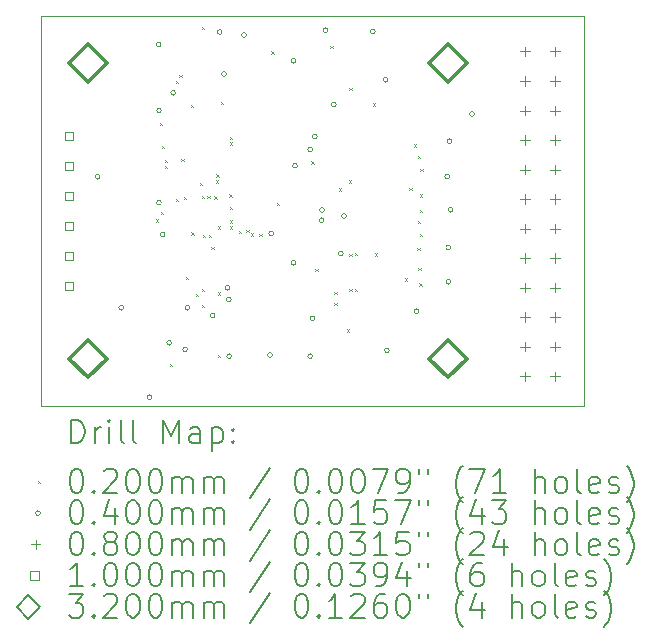
<source format=gbr>
%TF.GenerationSoftware,KiCad,Pcbnew,7.0.9-69-ge1c0bddff3*%
%TF.CreationDate,2024-02-19T10:18:07+01:00*%
%TF.ProjectId,ASP_Display,4153505f-4469-4737-906c-61792e6b6963,rev?*%
%TF.SameCoordinates,Original*%
%TF.FileFunction,Drillmap*%
%TF.FilePolarity,Positive*%
%FSLAX45Y45*%
G04 Gerber Fmt 4.5, Leading zero omitted, Abs format (unit mm)*
G04 Created by KiCad (PCBNEW 7.0.9-69-ge1c0bddff3) date 2024-02-19 10:18:07*
%MOMM*%
%LPD*%
G01*
G04 APERTURE LIST*
%ADD10C,0.100000*%
%ADD11C,0.200000*%
%ADD12C,0.320000*%
G04 APERTURE END LIST*
D10*
X22050000Y-8550000D02*
X26650000Y-8550000D01*
X26650000Y-11850000D01*
X22050000Y-11850000D01*
X22050000Y-8550000D01*
D11*
D10*
X23022676Y-10270755D02*
X23042676Y-10290755D01*
X23042676Y-10270755D02*
X23022676Y-10290755D01*
X23055760Y-9451449D02*
X23075760Y-9471449D01*
X23075760Y-9451449D02*
X23055760Y-9471449D01*
X23065362Y-10206301D02*
X23085362Y-10226301D01*
X23085362Y-10206301D02*
X23065362Y-10226301D01*
X23071448Y-9651448D02*
X23091448Y-9671448D01*
X23091448Y-9651448D02*
X23071448Y-9671448D01*
X23100000Y-9770000D02*
X23120000Y-9790000D01*
X23120000Y-9770000D02*
X23100000Y-9790000D01*
X23100000Y-9820000D02*
X23120000Y-9840000D01*
X23120000Y-9820000D02*
X23100000Y-9840000D01*
X23140000Y-11494950D02*
X23160000Y-11514950D01*
X23160000Y-11494950D02*
X23140000Y-11514950D01*
X23190000Y-10100000D02*
X23210000Y-10120000D01*
X23210000Y-10100000D02*
X23190000Y-10120000D01*
X23193089Y-9100050D02*
X23213089Y-9120050D01*
X23213089Y-9100050D02*
X23193089Y-9120050D01*
X23221479Y-9047249D02*
X23241479Y-9067249D01*
X23241479Y-9047249D02*
X23221479Y-9067249D01*
X23239852Y-9760078D02*
X23259852Y-9780078D01*
X23259852Y-9760078D02*
X23239852Y-9780078D01*
X23260000Y-10080000D02*
X23280000Y-10100000D01*
X23280000Y-10080000D02*
X23260000Y-10100000D01*
X23274606Y-10755394D02*
X23294606Y-10775394D01*
X23294606Y-10755394D02*
X23274606Y-10775394D01*
X23320000Y-9299950D02*
X23340000Y-9319950D01*
X23340000Y-9299950D02*
X23320000Y-9319950D01*
X23324750Y-10381040D02*
X23344750Y-10401040D01*
X23344750Y-10381040D02*
X23324750Y-10401040D01*
X23363142Y-10904610D02*
X23383142Y-10924610D01*
X23383142Y-10904610D02*
X23363142Y-10924610D01*
X23394857Y-9960000D02*
X23414857Y-9980000D01*
X23414857Y-9960000D02*
X23394857Y-9980000D01*
X23410000Y-10070000D02*
X23430000Y-10090000D01*
X23430000Y-10070000D02*
X23410000Y-10090000D01*
X23410000Y-10860000D02*
X23430000Y-10880000D01*
X23430000Y-10860000D02*
X23410000Y-10880000D01*
X23410000Y-10995000D02*
X23430000Y-11015000D01*
X23430000Y-10995000D02*
X23410000Y-11015000D01*
X23411607Y-8643393D02*
X23431607Y-8663393D01*
X23431607Y-8643393D02*
X23411607Y-8663393D01*
X23420000Y-10400000D02*
X23440000Y-10420000D01*
X23440000Y-10400000D02*
X23420000Y-10420000D01*
X23460000Y-10070000D02*
X23480000Y-10090000D01*
X23480000Y-10070000D02*
X23460000Y-10090000D01*
X23470000Y-10400000D02*
X23490000Y-10420000D01*
X23490000Y-10400000D02*
X23470000Y-10420000D01*
X23491647Y-10505351D02*
X23511647Y-10525351D01*
X23511647Y-10505351D02*
X23491647Y-10525351D01*
X23519950Y-10075116D02*
X23539950Y-10095116D01*
X23539950Y-10075116D02*
X23519950Y-10095116D01*
X23530000Y-9940000D02*
X23550000Y-9960000D01*
X23550000Y-9940000D02*
X23530000Y-9960000D01*
X23535050Y-9890000D02*
X23555050Y-9910000D01*
X23555050Y-9890000D02*
X23535050Y-9910000D01*
X23546680Y-10328961D02*
X23566680Y-10348961D01*
X23566680Y-10328961D02*
X23546680Y-10348961D01*
X23550000Y-10890000D02*
X23570000Y-10910000D01*
X23570000Y-10890000D02*
X23550000Y-10910000D01*
X23550000Y-11420000D02*
X23570000Y-11440000D01*
X23570000Y-11420000D02*
X23550000Y-11440000D01*
X23571440Y-9276122D02*
X23591440Y-9296122D01*
X23591440Y-9276122D02*
X23571440Y-9296122D01*
X23645331Y-10058353D02*
X23665331Y-10078353D01*
X23665331Y-10058353D02*
X23645331Y-10078353D01*
X23650000Y-9570000D02*
X23670000Y-9590000D01*
X23670000Y-9570000D02*
X23650000Y-9590000D01*
X23650000Y-9620000D02*
X23670000Y-9640000D01*
X23670000Y-9620000D02*
X23650000Y-9640000D01*
X23650000Y-10280000D02*
X23670000Y-10300000D01*
X23670000Y-10280000D02*
X23650000Y-10300000D01*
X23650000Y-10330000D02*
X23670000Y-10350000D01*
X23670000Y-10330000D02*
X23650000Y-10350000D01*
X23650258Y-10167192D02*
X23670258Y-10187192D01*
X23670258Y-10167192D02*
X23650258Y-10187192D01*
X23728373Y-10368561D02*
X23748373Y-10388561D01*
X23748373Y-10368561D02*
X23728373Y-10388561D01*
X23790000Y-10360000D02*
X23810000Y-10380000D01*
X23810000Y-10360000D02*
X23790000Y-10380000D01*
X23830000Y-10390000D02*
X23850000Y-10410000D01*
X23850000Y-10390000D02*
X23830000Y-10410000D01*
X23900000Y-10394854D02*
X23920000Y-10414854D01*
X23920000Y-10394854D02*
X23900000Y-10414854D01*
X24000000Y-8850000D02*
X24020000Y-8870000D01*
X24020000Y-8850000D02*
X24000000Y-8870000D01*
X24050000Y-10130000D02*
X24070000Y-10150000D01*
X24070000Y-10130000D02*
X24050000Y-10150000D01*
X24341199Y-9780486D02*
X24361199Y-9800486D01*
X24361199Y-9780486D02*
X24341199Y-9800486D01*
X24375050Y-10690000D02*
X24395050Y-10710000D01*
X24395050Y-10690000D02*
X24375050Y-10710000D01*
X24499950Y-8804651D02*
X24519950Y-8824651D01*
X24519950Y-8804651D02*
X24499950Y-8824651D01*
X24535050Y-10883102D02*
X24555050Y-10903102D01*
X24555050Y-10883102D02*
X24535050Y-10903102D01*
X24535050Y-10980000D02*
X24555050Y-11000000D01*
X24555050Y-10980000D02*
X24535050Y-11000000D01*
X24570000Y-10010000D02*
X24590000Y-10030000D01*
X24590000Y-10010000D02*
X24570000Y-10030000D01*
X24639729Y-11202307D02*
X24659729Y-11222307D01*
X24659729Y-11202307D02*
X24639729Y-11222307D01*
X24659674Y-9940554D02*
X24679674Y-9960554D01*
X24679674Y-9940554D02*
X24659674Y-9960554D01*
X24660000Y-9160000D02*
X24680000Y-9180000D01*
X24680000Y-9160000D02*
X24660000Y-9180000D01*
X24660000Y-10565000D02*
X24680000Y-10585000D01*
X24680000Y-10565000D02*
X24660000Y-10585000D01*
X24660000Y-10860000D02*
X24680000Y-10880000D01*
X24680000Y-10860000D02*
X24660000Y-10880000D01*
X24710000Y-10555000D02*
X24730000Y-10575000D01*
X24730000Y-10555000D02*
X24710000Y-10575000D01*
X24710000Y-10860000D02*
X24730000Y-10880000D01*
X24730000Y-10860000D02*
X24710000Y-10880000D01*
X24860000Y-9290000D02*
X24880000Y-9310000D01*
X24880000Y-9290000D02*
X24860000Y-9310000D01*
X24877352Y-10560000D02*
X24897352Y-10580000D01*
X24897352Y-10560000D02*
X24877352Y-10580000D01*
X25132401Y-10771285D02*
X25152401Y-10791285D01*
X25152401Y-10771285D02*
X25132401Y-10791285D01*
X25170000Y-10004950D02*
X25190000Y-10024950D01*
X25190000Y-10004950D02*
X25170000Y-10024950D01*
X25207450Y-9635050D02*
X25227450Y-9655050D01*
X25227450Y-9635050D02*
X25207450Y-9655050D01*
X25236062Y-10510272D02*
X25256062Y-10530272D01*
X25256062Y-10510272D02*
X25236062Y-10530272D01*
X25239909Y-10284898D02*
X25259909Y-10304898D01*
X25259909Y-10284898D02*
X25239909Y-10304898D01*
X25241986Y-9736016D02*
X25261986Y-9756016D01*
X25261986Y-9736016D02*
X25241986Y-9756016D01*
X25246448Y-10683552D02*
X25266448Y-10703552D01*
X25266448Y-10683552D02*
X25246448Y-10703552D01*
X25254657Y-10812530D02*
X25274657Y-10832530D01*
X25274657Y-10812530D02*
X25254657Y-10832530D01*
X25258801Y-10058303D02*
X25278801Y-10078303D01*
X25278801Y-10058303D02*
X25258801Y-10078303D01*
X25260000Y-10190000D02*
X25280000Y-10210000D01*
X25280000Y-10190000D02*
X25260000Y-10210000D01*
X25260000Y-10392550D02*
X25280000Y-10412550D01*
X25280000Y-10392550D02*
X25260000Y-10412550D01*
X25262803Y-9844796D02*
X25282803Y-9864796D01*
X25282803Y-9844796D02*
X25262803Y-9864796D01*
X22550000Y-9910000D02*
G75*
G03*
X22550000Y-9910000I-20000J0D01*
G01*
X22750000Y-11020000D02*
G75*
G03*
X22750000Y-11020000I-20000J0D01*
G01*
X22989966Y-11777766D02*
G75*
G03*
X22989966Y-11777766I-20000J0D01*
G01*
X23067100Y-8790374D02*
G75*
G03*
X23067100Y-8790374I-20000J0D01*
G01*
X23070000Y-9350000D02*
G75*
G03*
X23070000Y-9350000I-20000J0D01*
G01*
X23070000Y-10130000D02*
G75*
G03*
X23070000Y-10130000I-20000J0D01*
G01*
X23101338Y-10401155D02*
G75*
G03*
X23101338Y-10401155I-20000J0D01*
G01*
X23155481Y-11316749D02*
G75*
G03*
X23155481Y-11316749I-20000J0D01*
G01*
X23190000Y-9200000D02*
G75*
G03*
X23190000Y-9200000I-20000J0D01*
G01*
X23290401Y-11372423D02*
G75*
G03*
X23290401Y-11372423I-20000J0D01*
G01*
X23310000Y-11020000D02*
G75*
G03*
X23310000Y-11020000I-20000J0D01*
G01*
X23524518Y-11083988D02*
G75*
G03*
X23524518Y-11083988I-20000J0D01*
G01*
X23582923Y-8685071D02*
G75*
G03*
X23582923Y-8685071I-20000J0D01*
G01*
X23620000Y-9040000D02*
G75*
G03*
X23620000Y-9040000I-20000J0D01*
G01*
X23650000Y-10850000D02*
G75*
G03*
X23650000Y-10850000I-20000J0D01*
G01*
X23660000Y-10950000D02*
G75*
G03*
X23660000Y-10950000I-20000J0D01*
G01*
X23664011Y-11429982D02*
G75*
G03*
X23664011Y-11429982I-20000J0D01*
G01*
X23790000Y-8710000D02*
G75*
G03*
X23790000Y-8710000I-20000J0D01*
G01*
X24010000Y-11420000D02*
G75*
G03*
X24010000Y-11420000I-20000J0D01*
G01*
X24020000Y-10390000D02*
G75*
G03*
X24020000Y-10390000I-20000J0D01*
G01*
X24210000Y-8930000D02*
G75*
G03*
X24210000Y-8930000I-20000J0D01*
G01*
X24210000Y-10640000D02*
G75*
G03*
X24210000Y-10640000I-20000J0D01*
G01*
X24221674Y-9816976D02*
G75*
G03*
X24221674Y-9816976I-20000J0D01*
G01*
X24349166Y-9679950D02*
G75*
G03*
X24349166Y-9679950I-20000J0D01*
G01*
X24350000Y-11430050D02*
G75*
G03*
X24350000Y-11430050I-20000J0D01*
G01*
X24370000Y-11110000D02*
G75*
G03*
X24370000Y-11110000I-20000J0D01*
G01*
X24390000Y-9570000D02*
G75*
G03*
X24390000Y-9570000I-20000J0D01*
G01*
X24447451Y-10278634D02*
G75*
G03*
X24447451Y-10278634I-20000J0D01*
G01*
X24449304Y-10192154D02*
G75*
G03*
X24449304Y-10192154I-20000J0D01*
G01*
X24480000Y-8670000D02*
G75*
G03*
X24480000Y-8670000I-20000J0D01*
G01*
X24550000Y-9300000D02*
G75*
G03*
X24550000Y-9300000I-20000J0D01*
G01*
X24610000Y-10560000D02*
G75*
G03*
X24610000Y-10560000I-20000J0D01*
G01*
X24635843Y-10242550D02*
G75*
G03*
X24635843Y-10242550I-20000J0D01*
G01*
X24880000Y-8680000D02*
G75*
G03*
X24880000Y-8680000I-20000J0D01*
G01*
X24990000Y-9090000D02*
G75*
G03*
X24990000Y-9090000I-20000J0D01*
G01*
X25000000Y-11380000D02*
G75*
G03*
X25000000Y-11380000I-20000J0D01*
G01*
X25250000Y-11050000D02*
G75*
G03*
X25250000Y-11050000I-20000J0D01*
G01*
X25510427Y-9909573D02*
G75*
G03*
X25510427Y-9909573I-20000J0D01*
G01*
X25520000Y-10510000D02*
G75*
G03*
X25520000Y-10510000I-20000J0D01*
G01*
X25520000Y-10800000D02*
G75*
G03*
X25520000Y-10800000I-20000J0D01*
G01*
X25530000Y-9610000D02*
G75*
G03*
X25530000Y-9610000I-20000J0D01*
G01*
X25540000Y-10190000D02*
G75*
G03*
X25540000Y-10190000I-20000J0D01*
G01*
X25720000Y-9380000D02*
G75*
G03*
X25720000Y-9380000I-20000J0D01*
G01*
X26150000Y-8810000D02*
X26150000Y-8890000D01*
X26110000Y-8850000D02*
X26190000Y-8850000D01*
X26150000Y-9060000D02*
X26150000Y-9140000D01*
X26110000Y-9100000D02*
X26190000Y-9100000D01*
X26150000Y-9310000D02*
X26150000Y-9390000D01*
X26110000Y-9350000D02*
X26190000Y-9350000D01*
X26150000Y-9560000D02*
X26150000Y-9640000D01*
X26110000Y-9600000D02*
X26190000Y-9600000D01*
X26150000Y-9810000D02*
X26150000Y-9890000D01*
X26110000Y-9850000D02*
X26190000Y-9850000D01*
X26150000Y-10060000D02*
X26150000Y-10140000D01*
X26110000Y-10100000D02*
X26190000Y-10100000D01*
X26150000Y-10310000D02*
X26150000Y-10390000D01*
X26110000Y-10350000D02*
X26190000Y-10350000D01*
X26150000Y-10560000D02*
X26150000Y-10640000D01*
X26110000Y-10600000D02*
X26190000Y-10600000D01*
X26150000Y-10810000D02*
X26150000Y-10890000D01*
X26110000Y-10850000D02*
X26190000Y-10850000D01*
X26150000Y-11060000D02*
X26150000Y-11140000D01*
X26110000Y-11100000D02*
X26190000Y-11100000D01*
X26150000Y-11310000D02*
X26150000Y-11390000D01*
X26110000Y-11350000D02*
X26190000Y-11350000D01*
X26150000Y-11560000D02*
X26150000Y-11640000D01*
X26110000Y-11600000D02*
X26190000Y-11600000D01*
X26404000Y-8810000D02*
X26404000Y-8890000D01*
X26364000Y-8850000D02*
X26444000Y-8850000D01*
X26404000Y-9060000D02*
X26404000Y-9140000D01*
X26364000Y-9100000D02*
X26444000Y-9100000D01*
X26404000Y-9310000D02*
X26404000Y-9390000D01*
X26364000Y-9350000D02*
X26444000Y-9350000D01*
X26404000Y-9560000D02*
X26404000Y-9640000D01*
X26364000Y-9600000D02*
X26444000Y-9600000D01*
X26404000Y-9810000D02*
X26404000Y-9890000D01*
X26364000Y-9850000D02*
X26444000Y-9850000D01*
X26404000Y-10060000D02*
X26404000Y-10140000D01*
X26364000Y-10100000D02*
X26444000Y-10100000D01*
X26404000Y-10310000D02*
X26404000Y-10390000D01*
X26364000Y-10350000D02*
X26444000Y-10350000D01*
X26404000Y-10560000D02*
X26404000Y-10640000D01*
X26364000Y-10600000D02*
X26444000Y-10600000D01*
X26404000Y-10810000D02*
X26404000Y-10890000D01*
X26364000Y-10850000D02*
X26444000Y-10850000D01*
X26404000Y-11060000D02*
X26404000Y-11140000D01*
X26364000Y-11100000D02*
X26444000Y-11100000D01*
X26404000Y-11310000D02*
X26404000Y-11390000D01*
X26364000Y-11350000D02*
X26444000Y-11350000D01*
X26404000Y-11560000D02*
X26404000Y-11640000D01*
X26364000Y-11600000D02*
X26444000Y-11600000D01*
X22322856Y-9600356D02*
X22322856Y-9529644D01*
X22252144Y-9529644D01*
X22252144Y-9600356D01*
X22322856Y-9600356D01*
X22322856Y-9854356D02*
X22322856Y-9783644D01*
X22252144Y-9783644D01*
X22252144Y-9854356D01*
X22322856Y-9854356D01*
X22322856Y-10108356D02*
X22322856Y-10037644D01*
X22252144Y-10037644D01*
X22252144Y-10108356D01*
X22322856Y-10108356D01*
X22322856Y-10362356D02*
X22322856Y-10291644D01*
X22252144Y-10291644D01*
X22252144Y-10362356D01*
X22322856Y-10362356D01*
X22322856Y-10616356D02*
X22322856Y-10545644D01*
X22252144Y-10545644D01*
X22252144Y-10616356D01*
X22322856Y-10616356D01*
X22322856Y-10870356D02*
X22322856Y-10799644D01*
X22252144Y-10799644D01*
X22252144Y-10870356D01*
X22322856Y-10870356D01*
D12*
X22450000Y-9110000D02*
X22610000Y-8950000D01*
X22450000Y-8790000D01*
X22290000Y-8950000D01*
X22450000Y-9110000D01*
X22450000Y-11610000D02*
X22610000Y-11450000D01*
X22450000Y-11290000D01*
X22290000Y-11450000D01*
X22450000Y-11610000D01*
X25500000Y-9110000D02*
X25660000Y-8950000D01*
X25500000Y-8790000D01*
X25340000Y-8950000D01*
X25500000Y-9110000D01*
X25500000Y-11610000D02*
X25660000Y-11450000D01*
X25500000Y-11290000D01*
X25340000Y-11450000D01*
X25500000Y-11610000D01*
D11*
X22305777Y-12166484D02*
X22305777Y-11966484D01*
X22305777Y-11966484D02*
X22353396Y-11966484D01*
X22353396Y-11966484D02*
X22381967Y-11976008D01*
X22381967Y-11976008D02*
X22401015Y-11995055D01*
X22401015Y-11995055D02*
X22410539Y-12014103D01*
X22410539Y-12014103D02*
X22420062Y-12052198D01*
X22420062Y-12052198D02*
X22420062Y-12080769D01*
X22420062Y-12080769D02*
X22410539Y-12118865D01*
X22410539Y-12118865D02*
X22401015Y-12137912D01*
X22401015Y-12137912D02*
X22381967Y-12156960D01*
X22381967Y-12156960D02*
X22353396Y-12166484D01*
X22353396Y-12166484D02*
X22305777Y-12166484D01*
X22505777Y-12166484D02*
X22505777Y-12033150D01*
X22505777Y-12071246D02*
X22515301Y-12052198D01*
X22515301Y-12052198D02*
X22524824Y-12042674D01*
X22524824Y-12042674D02*
X22543872Y-12033150D01*
X22543872Y-12033150D02*
X22562920Y-12033150D01*
X22629586Y-12166484D02*
X22629586Y-12033150D01*
X22629586Y-11966484D02*
X22620062Y-11976008D01*
X22620062Y-11976008D02*
X22629586Y-11985531D01*
X22629586Y-11985531D02*
X22639110Y-11976008D01*
X22639110Y-11976008D02*
X22629586Y-11966484D01*
X22629586Y-11966484D02*
X22629586Y-11985531D01*
X22753396Y-12166484D02*
X22734348Y-12156960D01*
X22734348Y-12156960D02*
X22724824Y-12137912D01*
X22724824Y-12137912D02*
X22724824Y-11966484D01*
X22858158Y-12166484D02*
X22839110Y-12156960D01*
X22839110Y-12156960D02*
X22829586Y-12137912D01*
X22829586Y-12137912D02*
X22829586Y-11966484D01*
X23086729Y-12166484D02*
X23086729Y-11966484D01*
X23086729Y-11966484D02*
X23153396Y-12109341D01*
X23153396Y-12109341D02*
X23220062Y-11966484D01*
X23220062Y-11966484D02*
X23220062Y-12166484D01*
X23401015Y-12166484D02*
X23401015Y-12061722D01*
X23401015Y-12061722D02*
X23391491Y-12042674D01*
X23391491Y-12042674D02*
X23372443Y-12033150D01*
X23372443Y-12033150D02*
X23334348Y-12033150D01*
X23334348Y-12033150D02*
X23315301Y-12042674D01*
X23401015Y-12156960D02*
X23381967Y-12166484D01*
X23381967Y-12166484D02*
X23334348Y-12166484D01*
X23334348Y-12166484D02*
X23315301Y-12156960D01*
X23315301Y-12156960D02*
X23305777Y-12137912D01*
X23305777Y-12137912D02*
X23305777Y-12118865D01*
X23305777Y-12118865D02*
X23315301Y-12099817D01*
X23315301Y-12099817D02*
X23334348Y-12090293D01*
X23334348Y-12090293D02*
X23381967Y-12090293D01*
X23381967Y-12090293D02*
X23401015Y-12080769D01*
X23496253Y-12033150D02*
X23496253Y-12233150D01*
X23496253Y-12042674D02*
X23515301Y-12033150D01*
X23515301Y-12033150D02*
X23553396Y-12033150D01*
X23553396Y-12033150D02*
X23572443Y-12042674D01*
X23572443Y-12042674D02*
X23581967Y-12052198D01*
X23581967Y-12052198D02*
X23591491Y-12071246D01*
X23591491Y-12071246D02*
X23591491Y-12128388D01*
X23591491Y-12128388D02*
X23581967Y-12147436D01*
X23581967Y-12147436D02*
X23572443Y-12156960D01*
X23572443Y-12156960D02*
X23553396Y-12166484D01*
X23553396Y-12166484D02*
X23515301Y-12166484D01*
X23515301Y-12166484D02*
X23496253Y-12156960D01*
X23677205Y-12147436D02*
X23686729Y-12156960D01*
X23686729Y-12156960D02*
X23677205Y-12166484D01*
X23677205Y-12166484D02*
X23667682Y-12156960D01*
X23667682Y-12156960D02*
X23677205Y-12147436D01*
X23677205Y-12147436D02*
X23677205Y-12166484D01*
X23677205Y-12042674D02*
X23686729Y-12052198D01*
X23686729Y-12052198D02*
X23677205Y-12061722D01*
X23677205Y-12061722D02*
X23667682Y-12052198D01*
X23667682Y-12052198D02*
X23677205Y-12042674D01*
X23677205Y-12042674D02*
X23677205Y-12061722D01*
D10*
X22025000Y-12485000D02*
X22045000Y-12505000D01*
X22045000Y-12485000D02*
X22025000Y-12505000D01*
D11*
X22343872Y-12386484D02*
X22362920Y-12386484D01*
X22362920Y-12386484D02*
X22381967Y-12396008D01*
X22381967Y-12396008D02*
X22391491Y-12405531D01*
X22391491Y-12405531D02*
X22401015Y-12424579D01*
X22401015Y-12424579D02*
X22410539Y-12462674D01*
X22410539Y-12462674D02*
X22410539Y-12510293D01*
X22410539Y-12510293D02*
X22401015Y-12548388D01*
X22401015Y-12548388D02*
X22391491Y-12567436D01*
X22391491Y-12567436D02*
X22381967Y-12576960D01*
X22381967Y-12576960D02*
X22362920Y-12586484D01*
X22362920Y-12586484D02*
X22343872Y-12586484D01*
X22343872Y-12586484D02*
X22324824Y-12576960D01*
X22324824Y-12576960D02*
X22315301Y-12567436D01*
X22315301Y-12567436D02*
X22305777Y-12548388D01*
X22305777Y-12548388D02*
X22296253Y-12510293D01*
X22296253Y-12510293D02*
X22296253Y-12462674D01*
X22296253Y-12462674D02*
X22305777Y-12424579D01*
X22305777Y-12424579D02*
X22315301Y-12405531D01*
X22315301Y-12405531D02*
X22324824Y-12396008D01*
X22324824Y-12396008D02*
X22343872Y-12386484D01*
X22496253Y-12567436D02*
X22505777Y-12576960D01*
X22505777Y-12576960D02*
X22496253Y-12586484D01*
X22496253Y-12586484D02*
X22486729Y-12576960D01*
X22486729Y-12576960D02*
X22496253Y-12567436D01*
X22496253Y-12567436D02*
X22496253Y-12586484D01*
X22581967Y-12405531D02*
X22591491Y-12396008D01*
X22591491Y-12396008D02*
X22610539Y-12386484D01*
X22610539Y-12386484D02*
X22658158Y-12386484D01*
X22658158Y-12386484D02*
X22677205Y-12396008D01*
X22677205Y-12396008D02*
X22686729Y-12405531D01*
X22686729Y-12405531D02*
X22696253Y-12424579D01*
X22696253Y-12424579D02*
X22696253Y-12443627D01*
X22696253Y-12443627D02*
X22686729Y-12472198D01*
X22686729Y-12472198D02*
X22572443Y-12586484D01*
X22572443Y-12586484D02*
X22696253Y-12586484D01*
X22820062Y-12386484D02*
X22839110Y-12386484D01*
X22839110Y-12386484D02*
X22858158Y-12396008D01*
X22858158Y-12396008D02*
X22867682Y-12405531D01*
X22867682Y-12405531D02*
X22877205Y-12424579D01*
X22877205Y-12424579D02*
X22886729Y-12462674D01*
X22886729Y-12462674D02*
X22886729Y-12510293D01*
X22886729Y-12510293D02*
X22877205Y-12548388D01*
X22877205Y-12548388D02*
X22867682Y-12567436D01*
X22867682Y-12567436D02*
X22858158Y-12576960D01*
X22858158Y-12576960D02*
X22839110Y-12586484D01*
X22839110Y-12586484D02*
X22820062Y-12586484D01*
X22820062Y-12586484D02*
X22801015Y-12576960D01*
X22801015Y-12576960D02*
X22791491Y-12567436D01*
X22791491Y-12567436D02*
X22781967Y-12548388D01*
X22781967Y-12548388D02*
X22772443Y-12510293D01*
X22772443Y-12510293D02*
X22772443Y-12462674D01*
X22772443Y-12462674D02*
X22781967Y-12424579D01*
X22781967Y-12424579D02*
X22791491Y-12405531D01*
X22791491Y-12405531D02*
X22801015Y-12396008D01*
X22801015Y-12396008D02*
X22820062Y-12386484D01*
X23010539Y-12386484D02*
X23029586Y-12386484D01*
X23029586Y-12386484D02*
X23048634Y-12396008D01*
X23048634Y-12396008D02*
X23058158Y-12405531D01*
X23058158Y-12405531D02*
X23067682Y-12424579D01*
X23067682Y-12424579D02*
X23077205Y-12462674D01*
X23077205Y-12462674D02*
X23077205Y-12510293D01*
X23077205Y-12510293D02*
X23067682Y-12548388D01*
X23067682Y-12548388D02*
X23058158Y-12567436D01*
X23058158Y-12567436D02*
X23048634Y-12576960D01*
X23048634Y-12576960D02*
X23029586Y-12586484D01*
X23029586Y-12586484D02*
X23010539Y-12586484D01*
X23010539Y-12586484D02*
X22991491Y-12576960D01*
X22991491Y-12576960D02*
X22981967Y-12567436D01*
X22981967Y-12567436D02*
X22972443Y-12548388D01*
X22972443Y-12548388D02*
X22962920Y-12510293D01*
X22962920Y-12510293D02*
X22962920Y-12462674D01*
X22962920Y-12462674D02*
X22972443Y-12424579D01*
X22972443Y-12424579D02*
X22981967Y-12405531D01*
X22981967Y-12405531D02*
X22991491Y-12396008D01*
X22991491Y-12396008D02*
X23010539Y-12386484D01*
X23162920Y-12586484D02*
X23162920Y-12453150D01*
X23162920Y-12472198D02*
X23172443Y-12462674D01*
X23172443Y-12462674D02*
X23191491Y-12453150D01*
X23191491Y-12453150D02*
X23220063Y-12453150D01*
X23220063Y-12453150D02*
X23239110Y-12462674D01*
X23239110Y-12462674D02*
X23248634Y-12481722D01*
X23248634Y-12481722D02*
X23248634Y-12586484D01*
X23248634Y-12481722D02*
X23258158Y-12462674D01*
X23258158Y-12462674D02*
X23277205Y-12453150D01*
X23277205Y-12453150D02*
X23305777Y-12453150D01*
X23305777Y-12453150D02*
X23324824Y-12462674D01*
X23324824Y-12462674D02*
X23334348Y-12481722D01*
X23334348Y-12481722D02*
X23334348Y-12586484D01*
X23429586Y-12586484D02*
X23429586Y-12453150D01*
X23429586Y-12472198D02*
X23439110Y-12462674D01*
X23439110Y-12462674D02*
X23458158Y-12453150D01*
X23458158Y-12453150D02*
X23486729Y-12453150D01*
X23486729Y-12453150D02*
X23505777Y-12462674D01*
X23505777Y-12462674D02*
X23515301Y-12481722D01*
X23515301Y-12481722D02*
X23515301Y-12586484D01*
X23515301Y-12481722D02*
X23524824Y-12462674D01*
X23524824Y-12462674D02*
X23543872Y-12453150D01*
X23543872Y-12453150D02*
X23572443Y-12453150D01*
X23572443Y-12453150D02*
X23591491Y-12462674D01*
X23591491Y-12462674D02*
X23601015Y-12481722D01*
X23601015Y-12481722D02*
X23601015Y-12586484D01*
X23991491Y-12376960D02*
X23820063Y-12634103D01*
X24248634Y-12386484D02*
X24267682Y-12386484D01*
X24267682Y-12386484D02*
X24286729Y-12396008D01*
X24286729Y-12396008D02*
X24296253Y-12405531D01*
X24296253Y-12405531D02*
X24305777Y-12424579D01*
X24305777Y-12424579D02*
X24315301Y-12462674D01*
X24315301Y-12462674D02*
X24315301Y-12510293D01*
X24315301Y-12510293D02*
X24305777Y-12548388D01*
X24305777Y-12548388D02*
X24296253Y-12567436D01*
X24296253Y-12567436D02*
X24286729Y-12576960D01*
X24286729Y-12576960D02*
X24267682Y-12586484D01*
X24267682Y-12586484D02*
X24248634Y-12586484D01*
X24248634Y-12586484D02*
X24229586Y-12576960D01*
X24229586Y-12576960D02*
X24220063Y-12567436D01*
X24220063Y-12567436D02*
X24210539Y-12548388D01*
X24210539Y-12548388D02*
X24201015Y-12510293D01*
X24201015Y-12510293D02*
X24201015Y-12462674D01*
X24201015Y-12462674D02*
X24210539Y-12424579D01*
X24210539Y-12424579D02*
X24220063Y-12405531D01*
X24220063Y-12405531D02*
X24229586Y-12396008D01*
X24229586Y-12396008D02*
X24248634Y-12386484D01*
X24401015Y-12567436D02*
X24410539Y-12576960D01*
X24410539Y-12576960D02*
X24401015Y-12586484D01*
X24401015Y-12586484D02*
X24391491Y-12576960D01*
X24391491Y-12576960D02*
X24401015Y-12567436D01*
X24401015Y-12567436D02*
X24401015Y-12586484D01*
X24534348Y-12386484D02*
X24553396Y-12386484D01*
X24553396Y-12386484D02*
X24572444Y-12396008D01*
X24572444Y-12396008D02*
X24581967Y-12405531D01*
X24581967Y-12405531D02*
X24591491Y-12424579D01*
X24591491Y-12424579D02*
X24601015Y-12462674D01*
X24601015Y-12462674D02*
X24601015Y-12510293D01*
X24601015Y-12510293D02*
X24591491Y-12548388D01*
X24591491Y-12548388D02*
X24581967Y-12567436D01*
X24581967Y-12567436D02*
X24572444Y-12576960D01*
X24572444Y-12576960D02*
X24553396Y-12586484D01*
X24553396Y-12586484D02*
X24534348Y-12586484D01*
X24534348Y-12586484D02*
X24515301Y-12576960D01*
X24515301Y-12576960D02*
X24505777Y-12567436D01*
X24505777Y-12567436D02*
X24496253Y-12548388D01*
X24496253Y-12548388D02*
X24486729Y-12510293D01*
X24486729Y-12510293D02*
X24486729Y-12462674D01*
X24486729Y-12462674D02*
X24496253Y-12424579D01*
X24496253Y-12424579D02*
X24505777Y-12405531D01*
X24505777Y-12405531D02*
X24515301Y-12396008D01*
X24515301Y-12396008D02*
X24534348Y-12386484D01*
X24724825Y-12386484D02*
X24743872Y-12386484D01*
X24743872Y-12386484D02*
X24762920Y-12396008D01*
X24762920Y-12396008D02*
X24772444Y-12405531D01*
X24772444Y-12405531D02*
X24781967Y-12424579D01*
X24781967Y-12424579D02*
X24791491Y-12462674D01*
X24791491Y-12462674D02*
X24791491Y-12510293D01*
X24791491Y-12510293D02*
X24781967Y-12548388D01*
X24781967Y-12548388D02*
X24772444Y-12567436D01*
X24772444Y-12567436D02*
X24762920Y-12576960D01*
X24762920Y-12576960D02*
X24743872Y-12586484D01*
X24743872Y-12586484D02*
X24724825Y-12586484D01*
X24724825Y-12586484D02*
X24705777Y-12576960D01*
X24705777Y-12576960D02*
X24696253Y-12567436D01*
X24696253Y-12567436D02*
X24686729Y-12548388D01*
X24686729Y-12548388D02*
X24677206Y-12510293D01*
X24677206Y-12510293D02*
X24677206Y-12462674D01*
X24677206Y-12462674D02*
X24686729Y-12424579D01*
X24686729Y-12424579D02*
X24696253Y-12405531D01*
X24696253Y-12405531D02*
X24705777Y-12396008D01*
X24705777Y-12396008D02*
X24724825Y-12386484D01*
X24858158Y-12386484D02*
X24991491Y-12386484D01*
X24991491Y-12386484D02*
X24905777Y-12586484D01*
X25077206Y-12586484D02*
X25115301Y-12586484D01*
X25115301Y-12586484D02*
X25134348Y-12576960D01*
X25134348Y-12576960D02*
X25143872Y-12567436D01*
X25143872Y-12567436D02*
X25162920Y-12538865D01*
X25162920Y-12538865D02*
X25172444Y-12500769D01*
X25172444Y-12500769D02*
X25172444Y-12424579D01*
X25172444Y-12424579D02*
X25162920Y-12405531D01*
X25162920Y-12405531D02*
X25153396Y-12396008D01*
X25153396Y-12396008D02*
X25134348Y-12386484D01*
X25134348Y-12386484D02*
X25096253Y-12386484D01*
X25096253Y-12386484D02*
X25077206Y-12396008D01*
X25077206Y-12396008D02*
X25067682Y-12405531D01*
X25067682Y-12405531D02*
X25058158Y-12424579D01*
X25058158Y-12424579D02*
X25058158Y-12472198D01*
X25058158Y-12472198D02*
X25067682Y-12491246D01*
X25067682Y-12491246D02*
X25077206Y-12500769D01*
X25077206Y-12500769D02*
X25096253Y-12510293D01*
X25096253Y-12510293D02*
X25134348Y-12510293D01*
X25134348Y-12510293D02*
X25153396Y-12500769D01*
X25153396Y-12500769D02*
X25162920Y-12491246D01*
X25162920Y-12491246D02*
X25172444Y-12472198D01*
X25248634Y-12386484D02*
X25248634Y-12424579D01*
X25324825Y-12386484D02*
X25324825Y-12424579D01*
X25620063Y-12662674D02*
X25610539Y-12653150D01*
X25610539Y-12653150D02*
X25591491Y-12624579D01*
X25591491Y-12624579D02*
X25581968Y-12605531D01*
X25581968Y-12605531D02*
X25572444Y-12576960D01*
X25572444Y-12576960D02*
X25562920Y-12529341D01*
X25562920Y-12529341D02*
X25562920Y-12491246D01*
X25562920Y-12491246D02*
X25572444Y-12443627D01*
X25572444Y-12443627D02*
X25581968Y-12415055D01*
X25581968Y-12415055D02*
X25591491Y-12396008D01*
X25591491Y-12396008D02*
X25610539Y-12367436D01*
X25610539Y-12367436D02*
X25620063Y-12357912D01*
X25677206Y-12386484D02*
X25810539Y-12386484D01*
X25810539Y-12386484D02*
X25724825Y-12586484D01*
X25991491Y-12586484D02*
X25877206Y-12586484D01*
X25934348Y-12586484D02*
X25934348Y-12386484D01*
X25934348Y-12386484D02*
X25915301Y-12415055D01*
X25915301Y-12415055D02*
X25896253Y-12434103D01*
X25896253Y-12434103D02*
X25877206Y-12443627D01*
X26229587Y-12586484D02*
X26229587Y-12386484D01*
X26315301Y-12586484D02*
X26315301Y-12481722D01*
X26315301Y-12481722D02*
X26305777Y-12462674D01*
X26305777Y-12462674D02*
X26286730Y-12453150D01*
X26286730Y-12453150D02*
X26258158Y-12453150D01*
X26258158Y-12453150D02*
X26239110Y-12462674D01*
X26239110Y-12462674D02*
X26229587Y-12472198D01*
X26439110Y-12586484D02*
X26420063Y-12576960D01*
X26420063Y-12576960D02*
X26410539Y-12567436D01*
X26410539Y-12567436D02*
X26401015Y-12548388D01*
X26401015Y-12548388D02*
X26401015Y-12491246D01*
X26401015Y-12491246D02*
X26410539Y-12472198D01*
X26410539Y-12472198D02*
X26420063Y-12462674D01*
X26420063Y-12462674D02*
X26439110Y-12453150D01*
X26439110Y-12453150D02*
X26467682Y-12453150D01*
X26467682Y-12453150D02*
X26486730Y-12462674D01*
X26486730Y-12462674D02*
X26496253Y-12472198D01*
X26496253Y-12472198D02*
X26505777Y-12491246D01*
X26505777Y-12491246D02*
X26505777Y-12548388D01*
X26505777Y-12548388D02*
X26496253Y-12567436D01*
X26496253Y-12567436D02*
X26486730Y-12576960D01*
X26486730Y-12576960D02*
X26467682Y-12586484D01*
X26467682Y-12586484D02*
X26439110Y-12586484D01*
X26620063Y-12586484D02*
X26601015Y-12576960D01*
X26601015Y-12576960D02*
X26591491Y-12557912D01*
X26591491Y-12557912D02*
X26591491Y-12386484D01*
X26772444Y-12576960D02*
X26753396Y-12586484D01*
X26753396Y-12586484D02*
X26715301Y-12586484D01*
X26715301Y-12586484D02*
X26696253Y-12576960D01*
X26696253Y-12576960D02*
X26686730Y-12557912D01*
X26686730Y-12557912D02*
X26686730Y-12481722D01*
X26686730Y-12481722D02*
X26696253Y-12462674D01*
X26696253Y-12462674D02*
X26715301Y-12453150D01*
X26715301Y-12453150D02*
X26753396Y-12453150D01*
X26753396Y-12453150D02*
X26772444Y-12462674D01*
X26772444Y-12462674D02*
X26781968Y-12481722D01*
X26781968Y-12481722D02*
X26781968Y-12500769D01*
X26781968Y-12500769D02*
X26686730Y-12519817D01*
X26858158Y-12576960D02*
X26877206Y-12586484D01*
X26877206Y-12586484D02*
X26915301Y-12586484D01*
X26915301Y-12586484D02*
X26934349Y-12576960D01*
X26934349Y-12576960D02*
X26943872Y-12557912D01*
X26943872Y-12557912D02*
X26943872Y-12548388D01*
X26943872Y-12548388D02*
X26934349Y-12529341D01*
X26934349Y-12529341D02*
X26915301Y-12519817D01*
X26915301Y-12519817D02*
X26886730Y-12519817D01*
X26886730Y-12519817D02*
X26867682Y-12510293D01*
X26867682Y-12510293D02*
X26858158Y-12491246D01*
X26858158Y-12491246D02*
X26858158Y-12481722D01*
X26858158Y-12481722D02*
X26867682Y-12462674D01*
X26867682Y-12462674D02*
X26886730Y-12453150D01*
X26886730Y-12453150D02*
X26915301Y-12453150D01*
X26915301Y-12453150D02*
X26934349Y-12462674D01*
X27010539Y-12662674D02*
X27020063Y-12653150D01*
X27020063Y-12653150D02*
X27039111Y-12624579D01*
X27039111Y-12624579D02*
X27048634Y-12605531D01*
X27048634Y-12605531D02*
X27058158Y-12576960D01*
X27058158Y-12576960D02*
X27067682Y-12529341D01*
X27067682Y-12529341D02*
X27067682Y-12491246D01*
X27067682Y-12491246D02*
X27058158Y-12443627D01*
X27058158Y-12443627D02*
X27048634Y-12415055D01*
X27048634Y-12415055D02*
X27039111Y-12396008D01*
X27039111Y-12396008D02*
X27020063Y-12367436D01*
X27020063Y-12367436D02*
X27010539Y-12357912D01*
D10*
X22045000Y-12759000D02*
G75*
G03*
X22045000Y-12759000I-20000J0D01*
G01*
D11*
X22343872Y-12650484D02*
X22362920Y-12650484D01*
X22362920Y-12650484D02*
X22381967Y-12660008D01*
X22381967Y-12660008D02*
X22391491Y-12669531D01*
X22391491Y-12669531D02*
X22401015Y-12688579D01*
X22401015Y-12688579D02*
X22410539Y-12726674D01*
X22410539Y-12726674D02*
X22410539Y-12774293D01*
X22410539Y-12774293D02*
X22401015Y-12812388D01*
X22401015Y-12812388D02*
X22391491Y-12831436D01*
X22391491Y-12831436D02*
X22381967Y-12840960D01*
X22381967Y-12840960D02*
X22362920Y-12850484D01*
X22362920Y-12850484D02*
X22343872Y-12850484D01*
X22343872Y-12850484D02*
X22324824Y-12840960D01*
X22324824Y-12840960D02*
X22315301Y-12831436D01*
X22315301Y-12831436D02*
X22305777Y-12812388D01*
X22305777Y-12812388D02*
X22296253Y-12774293D01*
X22296253Y-12774293D02*
X22296253Y-12726674D01*
X22296253Y-12726674D02*
X22305777Y-12688579D01*
X22305777Y-12688579D02*
X22315301Y-12669531D01*
X22315301Y-12669531D02*
X22324824Y-12660008D01*
X22324824Y-12660008D02*
X22343872Y-12650484D01*
X22496253Y-12831436D02*
X22505777Y-12840960D01*
X22505777Y-12840960D02*
X22496253Y-12850484D01*
X22496253Y-12850484D02*
X22486729Y-12840960D01*
X22486729Y-12840960D02*
X22496253Y-12831436D01*
X22496253Y-12831436D02*
X22496253Y-12850484D01*
X22677205Y-12717150D02*
X22677205Y-12850484D01*
X22629586Y-12640960D02*
X22581967Y-12783817D01*
X22581967Y-12783817D02*
X22705777Y-12783817D01*
X22820062Y-12650484D02*
X22839110Y-12650484D01*
X22839110Y-12650484D02*
X22858158Y-12660008D01*
X22858158Y-12660008D02*
X22867682Y-12669531D01*
X22867682Y-12669531D02*
X22877205Y-12688579D01*
X22877205Y-12688579D02*
X22886729Y-12726674D01*
X22886729Y-12726674D02*
X22886729Y-12774293D01*
X22886729Y-12774293D02*
X22877205Y-12812388D01*
X22877205Y-12812388D02*
X22867682Y-12831436D01*
X22867682Y-12831436D02*
X22858158Y-12840960D01*
X22858158Y-12840960D02*
X22839110Y-12850484D01*
X22839110Y-12850484D02*
X22820062Y-12850484D01*
X22820062Y-12850484D02*
X22801015Y-12840960D01*
X22801015Y-12840960D02*
X22791491Y-12831436D01*
X22791491Y-12831436D02*
X22781967Y-12812388D01*
X22781967Y-12812388D02*
X22772443Y-12774293D01*
X22772443Y-12774293D02*
X22772443Y-12726674D01*
X22772443Y-12726674D02*
X22781967Y-12688579D01*
X22781967Y-12688579D02*
X22791491Y-12669531D01*
X22791491Y-12669531D02*
X22801015Y-12660008D01*
X22801015Y-12660008D02*
X22820062Y-12650484D01*
X23010539Y-12650484D02*
X23029586Y-12650484D01*
X23029586Y-12650484D02*
X23048634Y-12660008D01*
X23048634Y-12660008D02*
X23058158Y-12669531D01*
X23058158Y-12669531D02*
X23067682Y-12688579D01*
X23067682Y-12688579D02*
X23077205Y-12726674D01*
X23077205Y-12726674D02*
X23077205Y-12774293D01*
X23077205Y-12774293D02*
X23067682Y-12812388D01*
X23067682Y-12812388D02*
X23058158Y-12831436D01*
X23058158Y-12831436D02*
X23048634Y-12840960D01*
X23048634Y-12840960D02*
X23029586Y-12850484D01*
X23029586Y-12850484D02*
X23010539Y-12850484D01*
X23010539Y-12850484D02*
X22991491Y-12840960D01*
X22991491Y-12840960D02*
X22981967Y-12831436D01*
X22981967Y-12831436D02*
X22972443Y-12812388D01*
X22972443Y-12812388D02*
X22962920Y-12774293D01*
X22962920Y-12774293D02*
X22962920Y-12726674D01*
X22962920Y-12726674D02*
X22972443Y-12688579D01*
X22972443Y-12688579D02*
X22981967Y-12669531D01*
X22981967Y-12669531D02*
X22991491Y-12660008D01*
X22991491Y-12660008D02*
X23010539Y-12650484D01*
X23162920Y-12850484D02*
X23162920Y-12717150D01*
X23162920Y-12736198D02*
X23172443Y-12726674D01*
X23172443Y-12726674D02*
X23191491Y-12717150D01*
X23191491Y-12717150D02*
X23220063Y-12717150D01*
X23220063Y-12717150D02*
X23239110Y-12726674D01*
X23239110Y-12726674D02*
X23248634Y-12745722D01*
X23248634Y-12745722D02*
X23248634Y-12850484D01*
X23248634Y-12745722D02*
X23258158Y-12726674D01*
X23258158Y-12726674D02*
X23277205Y-12717150D01*
X23277205Y-12717150D02*
X23305777Y-12717150D01*
X23305777Y-12717150D02*
X23324824Y-12726674D01*
X23324824Y-12726674D02*
X23334348Y-12745722D01*
X23334348Y-12745722D02*
X23334348Y-12850484D01*
X23429586Y-12850484D02*
X23429586Y-12717150D01*
X23429586Y-12736198D02*
X23439110Y-12726674D01*
X23439110Y-12726674D02*
X23458158Y-12717150D01*
X23458158Y-12717150D02*
X23486729Y-12717150D01*
X23486729Y-12717150D02*
X23505777Y-12726674D01*
X23505777Y-12726674D02*
X23515301Y-12745722D01*
X23515301Y-12745722D02*
X23515301Y-12850484D01*
X23515301Y-12745722D02*
X23524824Y-12726674D01*
X23524824Y-12726674D02*
X23543872Y-12717150D01*
X23543872Y-12717150D02*
X23572443Y-12717150D01*
X23572443Y-12717150D02*
X23591491Y-12726674D01*
X23591491Y-12726674D02*
X23601015Y-12745722D01*
X23601015Y-12745722D02*
X23601015Y-12850484D01*
X23991491Y-12640960D02*
X23820063Y-12898103D01*
X24248634Y-12650484D02*
X24267682Y-12650484D01*
X24267682Y-12650484D02*
X24286729Y-12660008D01*
X24286729Y-12660008D02*
X24296253Y-12669531D01*
X24296253Y-12669531D02*
X24305777Y-12688579D01*
X24305777Y-12688579D02*
X24315301Y-12726674D01*
X24315301Y-12726674D02*
X24315301Y-12774293D01*
X24315301Y-12774293D02*
X24305777Y-12812388D01*
X24305777Y-12812388D02*
X24296253Y-12831436D01*
X24296253Y-12831436D02*
X24286729Y-12840960D01*
X24286729Y-12840960D02*
X24267682Y-12850484D01*
X24267682Y-12850484D02*
X24248634Y-12850484D01*
X24248634Y-12850484D02*
X24229586Y-12840960D01*
X24229586Y-12840960D02*
X24220063Y-12831436D01*
X24220063Y-12831436D02*
X24210539Y-12812388D01*
X24210539Y-12812388D02*
X24201015Y-12774293D01*
X24201015Y-12774293D02*
X24201015Y-12726674D01*
X24201015Y-12726674D02*
X24210539Y-12688579D01*
X24210539Y-12688579D02*
X24220063Y-12669531D01*
X24220063Y-12669531D02*
X24229586Y-12660008D01*
X24229586Y-12660008D02*
X24248634Y-12650484D01*
X24401015Y-12831436D02*
X24410539Y-12840960D01*
X24410539Y-12840960D02*
X24401015Y-12850484D01*
X24401015Y-12850484D02*
X24391491Y-12840960D01*
X24391491Y-12840960D02*
X24401015Y-12831436D01*
X24401015Y-12831436D02*
X24401015Y-12850484D01*
X24534348Y-12650484D02*
X24553396Y-12650484D01*
X24553396Y-12650484D02*
X24572444Y-12660008D01*
X24572444Y-12660008D02*
X24581967Y-12669531D01*
X24581967Y-12669531D02*
X24591491Y-12688579D01*
X24591491Y-12688579D02*
X24601015Y-12726674D01*
X24601015Y-12726674D02*
X24601015Y-12774293D01*
X24601015Y-12774293D02*
X24591491Y-12812388D01*
X24591491Y-12812388D02*
X24581967Y-12831436D01*
X24581967Y-12831436D02*
X24572444Y-12840960D01*
X24572444Y-12840960D02*
X24553396Y-12850484D01*
X24553396Y-12850484D02*
X24534348Y-12850484D01*
X24534348Y-12850484D02*
X24515301Y-12840960D01*
X24515301Y-12840960D02*
X24505777Y-12831436D01*
X24505777Y-12831436D02*
X24496253Y-12812388D01*
X24496253Y-12812388D02*
X24486729Y-12774293D01*
X24486729Y-12774293D02*
X24486729Y-12726674D01*
X24486729Y-12726674D02*
X24496253Y-12688579D01*
X24496253Y-12688579D02*
X24505777Y-12669531D01*
X24505777Y-12669531D02*
X24515301Y-12660008D01*
X24515301Y-12660008D02*
X24534348Y-12650484D01*
X24791491Y-12850484D02*
X24677206Y-12850484D01*
X24734348Y-12850484D02*
X24734348Y-12650484D01*
X24734348Y-12650484D02*
X24715301Y-12679055D01*
X24715301Y-12679055D02*
X24696253Y-12698103D01*
X24696253Y-12698103D02*
X24677206Y-12707627D01*
X24972444Y-12650484D02*
X24877206Y-12650484D01*
X24877206Y-12650484D02*
X24867682Y-12745722D01*
X24867682Y-12745722D02*
X24877206Y-12736198D01*
X24877206Y-12736198D02*
X24896253Y-12726674D01*
X24896253Y-12726674D02*
X24943872Y-12726674D01*
X24943872Y-12726674D02*
X24962920Y-12736198D01*
X24962920Y-12736198D02*
X24972444Y-12745722D01*
X24972444Y-12745722D02*
X24981967Y-12764769D01*
X24981967Y-12764769D02*
X24981967Y-12812388D01*
X24981967Y-12812388D02*
X24972444Y-12831436D01*
X24972444Y-12831436D02*
X24962920Y-12840960D01*
X24962920Y-12840960D02*
X24943872Y-12850484D01*
X24943872Y-12850484D02*
X24896253Y-12850484D01*
X24896253Y-12850484D02*
X24877206Y-12840960D01*
X24877206Y-12840960D02*
X24867682Y-12831436D01*
X25048634Y-12650484D02*
X25181967Y-12650484D01*
X25181967Y-12650484D02*
X25096253Y-12850484D01*
X25248634Y-12650484D02*
X25248634Y-12688579D01*
X25324825Y-12650484D02*
X25324825Y-12688579D01*
X25620063Y-12926674D02*
X25610539Y-12917150D01*
X25610539Y-12917150D02*
X25591491Y-12888579D01*
X25591491Y-12888579D02*
X25581968Y-12869531D01*
X25581968Y-12869531D02*
X25572444Y-12840960D01*
X25572444Y-12840960D02*
X25562920Y-12793341D01*
X25562920Y-12793341D02*
X25562920Y-12755246D01*
X25562920Y-12755246D02*
X25572444Y-12707627D01*
X25572444Y-12707627D02*
X25581968Y-12679055D01*
X25581968Y-12679055D02*
X25591491Y-12660008D01*
X25591491Y-12660008D02*
X25610539Y-12631436D01*
X25610539Y-12631436D02*
X25620063Y-12621912D01*
X25781968Y-12717150D02*
X25781968Y-12850484D01*
X25734348Y-12640960D02*
X25686729Y-12783817D01*
X25686729Y-12783817D02*
X25810539Y-12783817D01*
X25867682Y-12650484D02*
X25991491Y-12650484D01*
X25991491Y-12650484D02*
X25924825Y-12726674D01*
X25924825Y-12726674D02*
X25953396Y-12726674D01*
X25953396Y-12726674D02*
X25972444Y-12736198D01*
X25972444Y-12736198D02*
X25981968Y-12745722D01*
X25981968Y-12745722D02*
X25991491Y-12764769D01*
X25991491Y-12764769D02*
X25991491Y-12812388D01*
X25991491Y-12812388D02*
X25981968Y-12831436D01*
X25981968Y-12831436D02*
X25972444Y-12840960D01*
X25972444Y-12840960D02*
X25953396Y-12850484D01*
X25953396Y-12850484D02*
X25896253Y-12850484D01*
X25896253Y-12850484D02*
X25877206Y-12840960D01*
X25877206Y-12840960D02*
X25867682Y-12831436D01*
X26229587Y-12850484D02*
X26229587Y-12650484D01*
X26315301Y-12850484D02*
X26315301Y-12745722D01*
X26315301Y-12745722D02*
X26305777Y-12726674D01*
X26305777Y-12726674D02*
X26286730Y-12717150D01*
X26286730Y-12717150D02*
X26258158Y-12717150D01*
X26258158Y-12717150D02*
X26239110Y-12726674D01*
X26239110Y-12726674D02*
X26229587Y-12736198D01*
X26439110Y-12850484D02*
X26420063Y-12840960D01*
X26420063Y-12840960D02*
X26410539Y-12831436D01*
X26410539Y-12831436D02*
X26401015Y-12812388D01*
X26401015Y-12812388D02*
X26401015Y-12755246D01*
X26401015Y-12755246D02*
X26410539Y-12736198D01*
X26410539Y-12736198D02*
X26420063Y-12726674D01*
X26420063Y-12726674D02*
X26439110Y-12717150D01*
X26439110Y-12717150D02*
X26467682Y-12717150D01*
X26467682Y-12717150D02*
X26486730Y-12726674D01*
X26486730Y-12726674D02*
X26496253Y-12736198D01*
X26496253Y-12736198D02*
X26505777Y-12755246D01*
X26505777Y-12755246D02*
X26505777Y-12812388D01*
X26505777Y-12812388D02*
X26496253Y-12831436D01*
X26496253Y-12831436D02*
X26486730Y-12840960D01*
X26486730Y-12840960D02*
X26467682Y-12850484D01*
X26467682Y-12850484D02*
X26439110Y-12850484D01*
X26620063Y-12850484D02*
X26601015Y-12840960D01*
X26601015Y-12840960D02*
X26591491Y-12821912D01*
X26591491Y-12821912D02*
X26591491Y-12650484D01*
X26772444Y-12840960D02*
X26753396Y-12850484D01*
X26753396Y-12850484D02*
X26715301Y-12850484D01*
X26715301Y-12850484D02*
X26696253Y-12840960D01*
X26696253Y-12840960D02*
X26686730Y-12821912D01*
X26686730Y-12821912D02*
X26686730Y-12745722D01*
X26686730Y-12745722D02*
X26696253Y-12726674D01*
X26696253Y-12726674D02*
X26715301Y-12717150D01*
X26715301Y-12717150D02*
X26753396Y-12717150D01*
X26753396Y-12717150D02*
X26772444Y-12726674D01*
X26772444Y-12726674D02*
X26781968Y-12745722D01*
X26781968Y-12745722D02*
X26781968Y-12764769D01*
X26781968Y-12764769D02*
X26686730Y-12783817D01*
X26858158Y-12840960D02*
X26877206Y-12850484D01*
X26877206Y-12850484D02*
X26915301Y-12850484D01*
X26915301Y-12850484D02*
X26934349Y-12840960D01*
X26934349Y-12840960D02*
X26943872Y-12821912D01*
X26943872Y-12821912D02*
X26943872Y-12812388D01*
X26943872Y-12812388D02*
X26934349Y-12793341D01*
X26934349Y-12793341D02*
X26915301Y-12783817D01*
X26915301Y-12783817D02*
X26886730Y-12783817D01*
X26886730Y-12783817D02*
X26867682Y-12774293D01*
X26867682Y-12774293D02*
X26858158Y-12755246D01*
X26858158Y-12755246D02*
X26858158Y-12745722D01*
X26858158Y-12745722D02*
X26867682Y-12726674D01*
X26867682Y-12726674D02*
X26886730Y-12717150D01*
X26886730Y-12717150D02*
X26915301Y-12717150D01*
X26915301Y-12717150D02*
X26934349Y-12726674D01*
X27010539Y-12926674D02*
X27020063Y-12917150D01*
X27020063Y-12917150D02*
X27039111Y-12888579D01*
X27039111Y-12888579D02*
X27048634Y-12869531D01*
X27048634Y-12869531D02*
X27058158Y-12840960D01*
X27058158Y-12840960D02*
X27067682Y-12793341D01*
X27067682Y-12793341D02*
X27067682Y-12755246D01*
X27067682Y-12755246D02*
X27058158Y-12707627D01*
X27058158Y-12707627D02*
X27048634Y-12679055D01*
X27048634Y-12679055D02*
X27039111Y-12660008D01*
X27039111Y-12660008D02*
X27020063Y-12631436D01*
X27020063Y-12631436D02*
X27010539Y-12621912D01*
D10*
X22005000Y-12983000D02*
X22005000Y-13063000D01*
X21965000Y-13023000D02*
X22045000Y-13023000D01*
D11*
X22343872Y-12914484D02*
X22362920Y-12914484D01*
X22362920Y-12914484D02*
X22381967Y-12924008D01*
X22381967Y-12924008D02*
X22391491Y-12933531D01*
X22391491Y-12933531D02*
X22401015Y-12952579D01*
X22401015Y-12952579D02*
X22410539Y-12990674D01*
X22410539Y-12990674D02*
X22410539Y-13038293D01*
X22410539Y-13038293D02*
X22401015Y-13076388D01*
X22401015Y-13076388D02*
X22391491Y-13095436D01*
X22391491Y-13095436D02*
X22381967Y-13104960D01*
X22381967Y-13104960D02*
X22362920Y-13114484D01*
X22362920Y-13114484D02*
X22343872Y-13114484D01*
X22343872Y-13114484D02*
X22324824Y-13104960D01*
X22324824Y-13104960D02*
X22315301Y-13095436D01*
X22315301Y-13095436D02*
X22305777Y-13076388D01*
X22305777Y-13076388D02*
X22296253Y-13038293D01*
X22296253Y-13038293D02*
X22296253Y-12990674D01*
X22296253Y-12990674D02*
X22305777Y-12952579D01*
X22305777Y-12952579D02*
X22315301Y-12933531D01*
X22315301Y-12933531D02*
X22324824Y-12924008D01*
X22324824Y-12924008D02*
X22343872Y-12914484D01*
X22496253Y-13095436D02*
X22505777Y-13104960D01*
X22505777Y-13104960D02*
X22496253Y-13114484D01*
X22496253Y-13114484D02*
X22486729Y-13104960D01*
X22486729Y-13104960D02*
X22496253Y-13095436D01*
X22496253Y-13095436D02*
X22496253Y-13114484D01*
X22620062Y-13000198D02*
X22601015Y-12990674D01*
X22601015Y-12990674D02*
X22591491Y-12981150D01*
X22591491Y-12981150D02*
X22581967Y-12962103D01*
X22581967Y-12962103D02*
X22581967Y-12952579D01*
X22581967Y-12952579D02*
X22591491Y-12933531D01*
X22591491Y-12933531D02*
X22601015Y-12924008D01*
X22601015Y-12924008D02*
X22620062Y-12914484D01*
X22620062Y-12914484D02*
X22658158Y-12914484D01*
X22658158Y-12914484D02*
X22677205Y-12924008D01*
X22677205Y-12924008D02*
X22686729Y-12933531D01*
X22686729Y-12933531D02*
X22696253Y-12952579D01*
X22696253Y-12952579D02*
X22696253Y-12962103D01*
X22696253Y-12962103D02*
X22686729Y-12981150D01*
X22686729Y-12981150D02*
X22677205Y-12990674D01*
X22677205Y-12990674D02*
X22658158Y-13000198D01*
X22658158Y-13000198D02*
X22620062Y-13000198D01*
X22620062Y-13000198D02*
X22601015Y-13009722D01*
X22601015Y-13009722D02*
X22591491Y-13019246D01*
X22591491Y-13019246D02*
X22581967Y-13038293D01*
X22581967Y-13038293D02*
X22581967Y-13076388D01*
X22581967Y-13076388D02*
X22591491Y-13095436D01*
X22591491Y-13095436D02*
X22601015Y-13104960D01*
X22601015Y-13104960D02*
X22620062Y-13114484D01*
X22620062Y-13114484D02*
X22658158Y-13114484D01*
X22658158Y-13114484D02*
X22677205Y-13104960D01*
X22677205Y-13104960D02*
X22686729Y-13095436D01*
X22686729Y-13095436D02*
X22696253Y-13076388D01*
X22696253Y-13076388D02*
X22696253Y-13038293D01*
X22696253Y-13038293D02*
X22686729Y-13019246D01*
X22686729Y-13019246D02*
X22677205Y-13009722D01*
X22677205Y-13009722D02*
X22658158Y-13000198D01*
X22820062Y-12914484D02*
X22839110Y-12914484D01*
X22839110Y-12914484D02*
X22858158Y-12924008D01*
X22858158Y-12924008D02*
X22867682Y-12933531D01*
X22867682Y-12933531D02*
X22877205Y-12952579D01*
X22877205Y-12952579D02*
X22886729Y-12990674D01*
X22886729Y-12990674D02*
X22886729Y-13038293D01*
X22886729Y-13038293D02*
X22877205Y-13076388D01*
X22877205Y-13076388D02*
X22867682Y-13095436D01*
X22867682Y-13095436D02*
X22858158Y-13104960D01*
X22858158Y-13104960D02*
X22839110Y-13114484D01*
X22839110Y-13114484D02*
X22820062Y-13114484D01*
X22820062Y-13114484D02*
X22801015Y-13104960D01*
X22801015Y-13104960D02*
X22791491Y-13095436D01*
X22791491Y-13095436D02*
X22781967Y-13076388D01*
X22781967Y-13076388D02*
X22772443Y-13038293D01*
X22772443Y-13038293D02*
X22772443Y-12990674D01*
X22772443Y-12990674D02*
X22781967Y-12952579D01*
X22781967Y-12952579D02*
X22791491Y-12933531D01*
X22791491Y-12933531D02*
X22801015Y-12924008D01*
X22801015Y-12924008D02*
X22820062Y-12914484D01*
X23010539Y-12914484D02*
X23029586Y-12914484D01*
X23029586Y-12914484D02*
X23048634Y-12924008D01*
X23048634Y-12924008D02*
X23058158Y-12933531D01*
X23058158Y-12933531D02*
X23067682Y-12952579D01*
X23067682Y-12952579D02*
X23077205Y-12990674D01*
X23077205Y-12990674D02*
X23077205Y-13038293D01*
X23077205Y-13038293D02*
X23067682Y-13076388D01*
X23067682Y-13076388D02*
X23058158Y-13095436D01*
X23058158Y-13095436D02*
X23048634Y-13104960D01*
X23048634Y-13104960D02*
X23029586Y-13114484D01*
X23029586Y-13114484D02*
X23010539Y-13114484D01*
X23010539Y-13114484D02*
X22991491Y-13104960D01*
X22991491Y-13104960D02*
X22981967Y-13095436D01*
X22981967Y-13095436D02*
X22972443Y-13076388D01*
X22972443Y-13076388D02*
X22962920Y-13038293D01*
X22962920Y-13038293D02*
X22962920Y-12990674D01*
X22962920Y-12990674D02*
X22972443Y-12952579D01*
X22972443Y-12952579D02*
X22981967Y-12933531D01*
X22981967Y-12933531D02*
X22991491Y-12924008D01*
X22991491Y-12924008D02*
X23010539Y-12914484D01*
X23162920Y-13114484D02*
X23162920Y-12981150D01*
X23162920Y-13000198D02*
X23172443Y-12990674D01*
X23172443Y-12990674D02*
X23191491Y-12981150D01*
X23191491Y-12981150D02*
X23220063Y-12981150D01*
X23220063Y-12981150D02*
X23239110Y-12990674D01*
X23239110Y-12990674D02*
X23248634Y-13009722D01*
X23248634Y-13009722D02*
X23248634Y-13114484D01*
X23248634Y-13009722D02*
X23258158Y-12990674D01*
X23258158Y-12990674D02*
X23277205Y-12981150D01*
X23277205Y-12981150D02*
X23305777Y-12981150D01*
X23305777Y-12981150D02*
X23324824Y-12990674D01*
X23324824Y-12990674D02*
X23334348Y-13009722D01*
X23334348Y-13009722D02*
X23334348Y-13114484D01*
X23429586Y-13114484D02*
X23429586Y-12981150D01*
X23429586Y-13000198D02*
X23439110Y-12990674D01*
X23439110Y-12990674D02*
X23458158Y-12981150D01*
X23458158Y-12981150D02*
X23486729Y-12981150D01*
X23486729Y-12981150D02*
X23505777Y-12990674D01*
X23505777Y-12990674D02*
X23515301Y-13009722D01*
X23515301Y-13009722D02*
X23515301Y-13114484D01*
X23515301Y-13009722D02*
X23524824Y-12990674D01*
X23524824Y-12990674D02*
X23543872Y-12981150D01*
X23543872Y-12981150D02*
X23572443Y-12981150D01*
X23572443Y-12981150D02*
X23591491Y-12990674D01*
X23591491Y-12990674D02*
X23601015Y-13009722D01*
X23601015Y-13009722D02*
X23601015Y-13114484D01*
X23991491Y-12904960D02*
X23820063Y-13162103D01*
X24248634Y-12914484D02*
X24267682Y-12914484D01*
X24267682Y-12914484D02*
X24286729Y-12924008D01*
X24286729Y-12924008D02*
X24296253Y-12933531D01*
X24296253Y-12933531D02*
X24305777Y-12952579D01*
X24305777Y-12952579D02*
X24315301Y-12990674D01*
X24315301Y-12990674D02*
X24315301Y-13038293D01*
X24315301Y-13038293D02*
X24305777Y-13076388D01*
X24305777Y-13076388D02*
X24296253Y-13095436D01*
X24296253Y-13095436D02*
X24286729Y-13104960D01*
X24286729Y-13104960D02*
X24267682Y-13114484D01*
X24267682Y-13114484D02*
X24248634Y-13114484D01*
X24248634Y-13114484D02*
X24229586Y-13104960D01*
X24229586Y-13104960D02*
X24220063Y-13095436D01*
X24220063Y-13095436D02*
X24210539Y-13076388D01*
X24210539Y-13076388D02*
X24201015Y-13038293D01*
X24201015Y-13038293D02*
X24201015Y-12990674D01*
X24201015Y-12990674D02*
X24210539Y-12952579D01*
X24210539Y-12952579D02*
X24220063Y-12933531D01*
X24220063Y-12933531D02*
X24229586Y-12924008D01*
X24229586Y-12924008D02*
X24248634Y-12914484D01*
X24401015Y-13095436D02*
X24410539Y-13104960D01*
X24410539Y-13104960D02*
X24401015Y-13114484D01*
X24401015Y-13114484D02*
X24391491Y-13104960D01*
X24391491Y-13104960D02*
X24401015Y-13095436D01*
X24401015Y-13095436D02*
X24401015Y-13114484D01*
X24534348Y-12914484D02*
X24553396Y-12914484D01*
X24553396Y-12914484D02*
X24572444Y-12924008D01*
X24572444Y-12924008D02*
X24581967Y-12933531D01*
X24581967Y-12933531D02*
X24591491Y-12952579D01*
X24591491Y-12952579D02*
X24601015Y-12990674D01*
X24601015Y-12990674D02*
X24601015Y-13038293D01*
X24601015Y-13038293D02*
X24591491Y-13076388D01*
X24591491Y-13076388D02*
X24581967Y-13095436D01*
X24581967Y-13095436D02*
X24572444Y-13104960D01*
X24572444Y-13104960D02*
X24553396Y-13114484D01*
X24553396Y-13114484D02*
X24534348Y-13114484D01*
X24534348Y-13114484D02*
X24515301Y-13104960D01*
X24515301Y-13104960D02*
X24505777Y-13095436D01*
X24505777Y-13095436D02*
X24496253Y-13076388D01*
X24496253Y-13076388D02*
X24486729Y-13038293D01*
X24486729Y-13038293D02*
X24486729Y-12990674D01*
X24486729Y-12990674D02*
X24496253Y-12952579D01*
X24496253Y-12952579D02*
X24505777Y-12933531D01*
X24505777Y-12933531D02*
X24515301Y-12924008D01*
X24515301Y-12924008D02*
X24534348Y-12914484D01*
X24667682Y-12914484D02*
X24791491Y-12914484D01*
X24791491Y-12914484D02*
X24724825Y-12990674D01*
X24724825Y-12990674D02*
X24753396Y-12990674D01*
X24753396Y-12990674D02*
X24772444Y-13000198D01*
X24772444Y-13000198D02*
X24781967Y-13009722D01*
X24781967Y-13009722D02*
X24791491Y-13028769D01*
X24791491Y-13028769D02*
X24791491Y-13076388D01*
X24791491Y-13076388D02*
X24781967Y-13095436D01*
X24781967Y-13095436D02*
X24772444Y-13104960D01*
X24772444Y-13104960D02*
X24753396Y-13114484D01*
X24753396Y-13114484D02*
X24696253Y-13114484D01*
X24696253Y-13114484D02*
X24677206Y-13104960D01*
X24677206Y-13104960D02*
X24667682Y-13095436D01*
X24981967Y-13114484D02*
X24867682Y-13114484D01*
X24924825Y-13114484D02*
X24924825Y-12914484D01*
X24924825Y-12914484D02*
X24905777Y-12943055D01*
X24905777Y-12943055D02*
X24886729Y-12962103D01*
X24886729Y-12962103D02*
X24867682Y-12971627D01*
X25162920Y-12914484D02*
X25067682Y-12914484D01*
X25067682Y-12914484D02*
X25058158Y-13009722D01*
X25058158Y-13009722D02*
X25067682Y-13000198D01*
X25067682Y-13000198D02*
X25086729Y-12990674D01*
X25086729Y-12990674D02*
X25134348Y-12990674D01*
X25134348Y-12990674D02*
X25153396Y-13000198D01*
X25153396Y-13000198D02*
X25162920Y-13009722D01*
X25162920Y-13009722D02*
X25172444Y-13028769D01*
X25172444Y-13028769D02*
X25172444Y-13076388D01*
X25172444Y-13076388D02*
X25162920Y-13095436D01*
X25162920Y-13095436D02*
X25153396Y-13104960D01*
X25153396Y-13104960D02*
X25134348Y-13114484D01*
X25134348Y-13114484D02*
X25086729Y-13114484D01*
X25086729Y-13114484D02*
X25067682Y-13104960D01*
X25067682Y-13104960D02*
X25058158Y-13095436D01*
X25248634Y-12914484D02*
X25248634Y-12952579D01*
X25324825Y-12914484D02*
X25324825Y-12952579D01*
X25620063Y-13190674D02*
X25610539Y-13181150D01*
X25610539Y-13181150D02*
X25591491Y-13152579D01*
X25591491Y-13152579D02*
X25581968Y-13133531D01*
X25581968Y-13133531D02*
X25572444Y-13104960D01*
X25572444Y-13104960D02*
X25562920Y-13057341D01*
X25562920Y-13057341D02*
X25562920Y-13019246D01*
X25562920Y-13019246D02*
X25572444Y-12971627D01*
X25572444Y-12971627D02*
X25581968Y-12943055D01*
X25581968Y-12943055D02*
X25591491Y-12924008D01*
X25591491Y-12924008D02*
X25610539Y-12895436D01*
X25610539Y-12895436D02*
X25620063Y-12885912D01*
X25686729Y-12933531D02*
X25696253Y-12924008D01*
X25696253Y-12924008D02*
X25715301Y-12914484D01*
X25715301Y-12914484D02*
X25762920Y-12914484D01*
X25762920Y-12914484D02*
X25781968Y-12924008D01*
X25781968Y-12924008D02*
X25791491Y-12933531D01*
X25791491Y-12933531D02*
X25801015Y-12952579D01*
X25801015Y-12952579D02*
X25801015Y-12971627D01*
X25801015Y-12971627D02*
X25791491Y-13000198D01*
X25791491Y-13000198D02*
X25677206Y-13114484D01*
X25677206Y-13114484D02*
X25801015Y-13114484D01*
X25972444Y-12981150D02*
X25972444Y-13114484D01*
X25924825Y-12904960D02*
X25877206Y-13047817D01*
X25877206Y-13047817D02*
X26001015Y-13047817D01*
X26229587Y-13114484D02*
X26229587Y-12914484D01*
X26315301Y-13114484D02*
X26315301Y-13009722D01*
X26315301Y-13009722D02*
X26305777Y-12990674D01*
X26305777Y-12990674D02*
X26286730Y-12981150D01*
X26286730Y-12981150D02*
X26258158Y-12981150D01*
X26258158Y-12981150D02*
X26239110Y-12990674D01*
X26239110Y-12990674D02*
X26229587Y-13000198D01*
X26439110Y-13114484D02*
X26420063Y-13104960D01*
X26420063Y-13104960D02*
X26410539Y-13095436D01*
X26410539Y-13095436D02*
X26401015Y-13076388D01*
X26401015Y-13076388D02*
X26401015Y-13019246D01*
X26401015Y-13019246D02*
X26410539Y-13000198D01*
X26410539Y-13000198D02*
X26420063Y-12990674D01*
X26420063Y-12990674D02*
X26439110Y-12981150D01*
X26439110Y-12981150D02*
X26467682Y-12981150D01*
X26467682Y-12981150D02*
X26486730Y-12990674D01*
X26486730Y-12990674D02*
X26496253Y-13000198D01*
X26496253Y-13000198D02*
X26505777Y-13019246D01*
X26505777Y-13019246D02*
X26505777Y-13076388D01*
X26505777Y-13076388D02*
X26496253Y-13095436D01*
X26496253Y-13095436D02*
X26486730Y-13104960D01*
X26486730Y-13104960D02*
X26467682Y-13114484D01*
X26467682Y-13114484D02*
X26439110Y-13114484D01*
X26620063Y-13114484D02*
X26601015Y-13104960D01*
X26601015Y-13104960D02*
X26591491Y-13085912D01*
X26591491Y-13085912D02*
X26591491Y-12914484D01*
X26772444Y-13104960D02*
X26753396Y-13114484D01*
X26753396Y-13114484D02*
X26715301Y-13114484D01*
X26715301Y-13114484D02*
X26696253Y-13104960D01*
X26696253Y-13104960D02*
X26686730Y-13085912D01*
X26686730Y-13085912D02*
X26686730Y-13009722D01*
X26686730Y-13009722D02*
X26696253Y-12990674D01*
X26696253Y-12990674D02*
X26715301Y-12981150D01*
X26715301Y-12981150D02*
X26753396Y-12981150D01*
X26753396Y-12981150D02*
X26772444Y-12990674D01*
X26772444Y-12990674D02*
X26781968Y-13009722D01*
X26781968Y-13009722D02*
X26781968Y-13028769D01*
X26781968Y-13028769D02*
X26686730Y-13047817D01*
X26858158Y-13104960D02*
X26877206Y-13114484D01*
X26877206Y-13114484D02*
X26915301Y-13114484D01*
X26915301Y-13114484D02*
X26934349Y-13104960D01*
X26934349Y-13104960D02*
X26943872Y-13085912D01*
X26943872Y-13085912D02*
X26943872Y-13076388D01*
X26943872Y-13076388D02*
X26934349Y-13057341D01*
X26934349Y-13057341D02*
X26915301Y-13047817D01*
X26915301Y-13047817D02*
X26886730Y-13047817D01*
X26886730Y-13047817D02*
X26867682Y-13038293D01*
X26867682Y-13038293D02*
X26858158Y-13019246D01*
X26858158Y-13019246D02*
X26858158Y-13009722D01*
X26858158Y-13009722D02*
X26867682Y-12990674D01*
X26867682Y-12990674D02*
X26886730Y-12981150D01*
X26886730Y-12981150D02*
X26915301Y-12981150D01*
X26915301Y-12981150D02*
X26934349Y-12990674D01*
X27010539Y-13190674D02*
X27020063Y-13181150D01*
X27020063Y-13181150D02*
X27039111Y-13152579D01*
X27039111Y-13152579D02*
X27048634Y-13133531D01*
X27048634Y-13133531D02*
X27058158Y-13104960D01*
X27058158Y-13104960D02*
X27067682Y-13057341D01*
X27067682Y-13057341D02*
X27067682Y-13019246D01*
X27067682Y-13019246D02*
X27058158Y-12971627D01*
X27058158Y-12971627D02*
X27048634Y-12943055D01*
X27048634Y-12943055D02*
X27039111Y-12924008D01*
X27039111Y-12924008D02*
X27020063Y-12895436D01*
X27020063Y-12895436D02*
X27010539Y-12885912D01*
D10*
X22030356Y-13322356D02*
X22030356Y-13251644D01*
X21959644Y-13251644D01*
X21959644Y-13322356D01*
X22030356Y-13322356D01*
D11*
X22410539Y-13378484D02*
X22296253Y-13378484D01*
X22353396Y-13378484D02*
X22353396Y-13178484D01*
X22353396Y-13178484D02*
X22334348Y-13207055D01*
X22334348Y-13207055D02*
X22315301Y-13226103D01*
X22315301Y-13226103D02*
X22296253Y-13235627D01*
X22496253Y-13359436D02*
X22505777Y-13368960D01*
X22505777Y-13368960D02*
X22496253Y-13378484D01*
X22496253Y-13378484D02*
X22486729Y-13368960D01*
X22486729Y-13368960D02*
X22496253Y-13359436D01*
X22496253Y-13359436D02*
X22496253Y-13378484D01*
X22629586Y-13178484D02*
X22648634Y-13178484D01*
X22648634Y-13178484D02*
X22667682Y-13188008D01*
X22667682Y-13188008D02*
X22677205Y-13197531D01*
X22677205Y-13197531D02*
X22686729Y-13216579D01*
X22686729Y-13216579D02*
X22696253Y-13254674D01*
X22696253Y-13254674D02*
X22696253Y-13302293D01*
X22696253Y-13302293D02*
X22686729Y-13340388D01*
X22686729Y-13340388D02*
X22677205Y-13359436D01*
X22677205Y-13359436D02*
X22667682Y-13368960D01*
X22667682Y-13368960D02*
X22648634Y-13378484D01*
X22648634Y-13378484D02*
X22629586Y-13378484D01*
X22629586Y-13378484D02*
X22610539Y-13368960D01*
X22610539Y-13368960D02*
X22601015Y-13359436D01*
X22601015Y-13359436D02*
X22591491Y-13340388D01*
X22591491Y-13340388D02*
X22581967Y-13302293D01*
X22581967Y-13302293D02*
X22581967Y-13254674D01*
X22581967Y-13254674D02*
X22591491Y-13216579D01*
X22591491Y-13216579D02*
X22601015Y-13197531D01*
X22601015Y-13197531D02*
X22610539Y-13188008D01*
X22610539Y-13188008D02*
X22629586Y-13178484D01*
X22820062Y-13178484D02*
X22839110Y-13178484D01*
X22839110Y-13178484D02*
X22858158Y-13188008D01*
X22858158Y-13188008D02*
X22867682Y-13197531D01*
X22867682Y-13197531D02*
X22877205Y-13216579D01*
X22877205Y-13216579D02*
X22886729Y-13254674D01*
X22886729Y-13254674D02*
X22886729Y-13302293D01*
X22886729Y-13302293D02*
X22877205Y-13340388D01*
X22877205Y-13340388D02*
X22867682Y-13359436D01*
X22867682Y-13359436D02*
X22858158Y-13368960D01*
X22858158Y-13368960D02*
X22839110Y-13378484D01*
X22839110Y-13378484D02*
X22820062Y-13378484D01*
X22820062Y-13378484D02*
X22801015Y-13368960D01*
X22801015Y-13368960D02*
X22791491Y-13359436D01*
X22791491Y-13359436D02*
X22781967Y-13340388D01*
X22781967Y-13340388D02*
X22772443Y-13302293D01*
X22772443Y-13302293D02*
X22772443Y-13254674D01*
X22772443Y-13254674D02*
X22781967Y-13216579D01*
X22781967Y-13216579D02*
X22791491Y-13197531D01*
X22791491Y-13197531D02*
X22801015Y-13188008D01*
X22801015Y-13188008D02*
X22820062Y-13178484D01*
X23010539Y-13178484D02*
X23029586Y-13178484D01*
X23029586Y-13178484D02*
X23048634Y-13188008D01*
X23048634Y-13188008D02*
X23058158Y-13197531D01*
X23058158Y-13197531D02*
X23067682Y-13216579D01*
X23067682Y-13216579D02*
X23077205Y-13254674D01*
X23077205Y-13254674D02*
X23077205Y-13302293D01*
X23077205Y-13302293D02*
X23067682Y-13340388D01*
X23067682Y-13340388D02*
X23058158Y-13359436D01*
X23058158Y-13359436D02*
X23048634Y-13368960D01*
X23048634Y-13368960D02*
X23029586Y-13378484D01*
X23029586Y-13378484D02*
X23010539Y-13378484D01*
X23010539Y-13378484D02*
X22991491Y-13368960D01*
X22991491Y-13368960D02*
X22981967Y-13359436D01*
X22981967Y-13359436D02*
X22972443Y-13340388D01*
X22972443Y-13340388D02*
X22962920Y-13302293D01*
X22962920Y-13302293D02*
X22962920Y-13254674D01*
X22962920Y-13254674D02*
X22972443Y-13216579D01*
X22972443Y-13216579D02*
X22981967Y-13197531D01*
X22981967Y-13197531D02*
X22991491Y-13188008D01*
X22991491Y-13188008D02*
X23010539Y-13178484D01*
X23162920Y-13378484D02*
X23162920Y-13245150D01*
X23162920Y-13264198D02*
X23172443Y-13254674D01*
X23172443Y-13254674D02*
X23191491Y-13245150D01*
X23191491Y-13245150D02*
X23220063Y-13245150D01*
X23220063Y-13245150D02*
X23239110Y-13254674D01*
X23239110Y-13254674D02*
X23248634Y-13273722D01*
X23248634Y-13273722D02*
X23248634Y-13378484D01*
X23248634Y-13273722D02*
X23258158Y-13254674D01*
X23258158Y-13254674D02*
X23277205Y-13245150D01*
X23277205Y-13245150D02*
X23305777Y-13245150D01*
X23305777Y-13245150D02*
X23324824Y-13254674D01*
X23324824Y-13254674D02*
X23334348Y-13273722D01*
X23334348Y-13273722D02*
X23334348Y-13378484D01*
X23429586Y-13378484D02*
X23429586Y-13245150D01*
X23429586Y-13264198D02*
X23439110Y-13254674D01*
X23439110Y-13254674D02*
X23458158Y-13245150D01*
X23458158Y-13245150D02*
X23486729Y-13245150D01*
X23486729Y-13245150D02*
X23505777Y-13254674D01*
X23505777Y-13254674D02*
X23515301Y-13273722D01*
X23515301Y-13273722D02*
X23515301Y-13378484D01*
X23515301Y-13273722D02*
X23524824Y-13254674D01*
X23524824Y-13254674D02*
X23543872Y-13245150D01*
X23543872Y-13245150D02*
X23572443Y-13245150D01*
X23572443Y-13245150D02*
X23591491Y-13254674D01*
X23591491Y-13254674D02*
X23601015Y-13273722D01*
X23601015Y-13273722D02*
X23601015Y-13378484D01*
X23991491Y-13168960D02*
X23820063Y-13426103D01*
X24248634Y-13178484D02*
X24267682Y-13178484D01*
X24267682Y-13178484D02*
X24286729Y-13188008D01*
X24286729Y-13188008D02*
X24296253Y-13197531D01*
X24296253Y-13197531D02*
X24305777Y-13216579D01*
X24305777Y-13216579D02*
X24315301Y-13254674D01*
X24315301Y-13254674D02*
X24315301Y-13302293D01*
X24315301Y-13302293D02*
X24305777Y-13340388D01*
X24305777Y-13340388D02*
X24296253Y-13359436D01*
X24296253Y-13359436D02*
X24286729Y-13368960D01*
X24286729Y-13368960D02*
X24267682Y-13378484D01*
X24267682Y-13378484D02*
X24248634Y-13378484D01*
X24248634Y-13378484D02*
X24229586Y-13368960D01*
X24229586Y-13368960D02*
X24220063Y-13359436D01*
X24220063Y-13359436D02*
X24210539Y-13340388D01*
X24210539Y-13340388D02*
X24201015Y-13302293D01*
X24201015Y-13302293D02*
X24201015Y-13254674D01*
X24201015Y-13254674D02*
X24210539Y-13216579D01*
X24210539Y-13216579D02*
X24220063Y-13197531D01*
X24220063Y-13197531D02*
X24229586Y-13188008D01*
X24229586Y-13188008D02*
X24248634Y-13178484D01*
X24401015Y-13359436D02*
X24410539Y-13368960D01*
X24410539Y-13368960D02*
X24401015Y-13378484D01*
X24401015Y-13378484D02*
X24391491Y-13368960D01*
X24391491Y-13368960D02*
X24401015Y-13359436D01*
X24401015Y-13359436D02*
X24401015Y-13378484D01*
X24534348Y-13178484D02*
X24553396Y-13178484D01*
X24553396Y-13178484D02*
X24572444Y-13188008D01*
X24572444Y-13188008D02*
X24581967Y-13197531D01*
X24581967Y-13197531D02*
X24591491Y-13216579D01*
X24591491Y-13216579D02*
X24601015Y-13254674D01*
X24601015Y-13254674D02*
X24601015Y-13302293D01*
X24601015Y-13302293D02*
X24591491Y-13340388D01*
X24591491Y-13340388D02*
X24581967Y-13359436D01*
X24581967Y-13359436D02*
X24572444Y-13368960D01*
X24572444Y-13368960D02*
X24553396Y-13378484D01*
X24553396Y-13378484D02*
X24534348Y-13378484D01*
X24534348Y-13378484D02*
X24515301Y-13368960D01*
X24515301Y-13368960D02*
X24505777Y-13359436D01*
X24505777Y-13359436D02*
X24496253Y-13340388D01*
X24496253Y-13340388D02*
X24486729Y-13302293D01*
X24486729Y-13302293D02*
X24486729Y-13254674D01*
X24486729Y-13254674D02*
X24496253Y-13216579D01*
X24496253Y-13216579D02*
X24505777Y-13197531D01*
X24505777Y-13197531D02*
X24515301Y-13188008D01*
X24515301Y-13188008D02*
X24534348Y-13178484D01*
X24667682Y-13178484D02*
X24791491Y-13178484D01*
X24791491Y-13178484D02*
X24724825Y-13254674D01*
X24724825Y-13254674D02*
X24753396Y-13254674D01*
X24753396Y-13254674D02*
X24772444Y-13264198D01*
X24772444Y-13264198D02*
X24781967Y-13273722D01*
X24781967Y-13273722D02*
X24791491Y-13292769D01*
X24791491Y-13292769D02*
X24791491Y-13340388D01*
X24791491Y-13340388D02*
X24781967Y-13359436D01*
X24781967Y-13359436D02*
X24772444Y-13368960D01*
X24772444Y-13368960D02*
X24753396Y-13378484D01*
X24753396Y-13378484D02*
X24696253Y-13378484D01*
X24696253Y-13378484D02*
X24677206Y-13368960D01*
X24677206Y-13368960D02*
X24667682Y-13359436D01*
X24886729Y-13378484D02*
X24924825Y-13378484D01*
X24924825Y-13378484D02*
X24943872Y-13368960D01*
X24943872Y-13368960D02*
X24953396Y-13359436D01*
X24953396Y-13359436D02*
X24972444Y-13330865D01*
X24972444Y-13330865D02*
X24981967Y-13292769D01*
X24981967Y-13292769D02*
X24981967Y-13216579D01*
X24981967Y-13216579D02*
X24972444Y-13197531D01*
X24972444Y-13197531D02*
X24962920Y-13188008D01*
X24962920Y-13188008D02*
X24943872Y-13178484D01*
X24943872Y-13178484D02*
X24905777Y-13178484D01*
X24905777Y-13178484D02*
X24886729Y-13188008D01*
X24886729Y-13188008D02*
X24877206Y-13197531D01*
X24877206Y-13197531D02*
X24867682Y-13216579D01*
X24867682Y-13216579D02*
X24867682Y-13264198D01*
X24867682Y-13264198D02*
X24877206Y-13283246D01*
X24877206Y-13283246D02*
X24886729Y-13292769D01*
X24886729Y-13292769D02*
X24905777Y-13302293D01*
X24905777Y-13302293D02*
X24943872Y-13302293D01*
X24943872Y-13302293D02*
X24962920Y-13292769D01*
X24962920Y-13292769D02*
X24972444Y-13283246D01*
X24972444Y-13283246D02*
X24981967Y-13264198D01*
X25153396Y-13245150D02*
X25153396Y-13378484D01*
X25105777Y-13168960D02*
X25058158Y-13311817D01*
X25058158Y-13311817D02*
X25181967Y-13311817D01*
X25248634Y-13178484D02*
X25248634Y-13216579D01*
X25324825Y-13178484D02*
X25324825Y-13216579D01*
X25620063Y-13454674D02*
X25610539Y-13445150D01*
X25610539Y-13445150D02*
X25591491Y-13416579D01*
X25591491Y-13416579D02*
X25581968Y-13397531D01*
X25581968Y-13397531D02*
X25572444Y-13368960D01*
X25572444Y-13368960D02*
X25562920Y-13321341D01*
X25562920Y-13321341D02*
X25562920Y-13283246D01*
X25562920Y-13283246D02*
X25572444Y-13235627D01*
X25572444Y-13235627D02*
X25581968Y-13207055D01*
X25581968Y-13207055D02*
X25591491Y-13188008D01*
X25591491Y-13188008D02*
X25610539Y-13159436D01*
X25610539Y-13159436D02*
X25620063Y-13149912D01*
X25781968Y-13178484D02*
X25743872Y-13178484D01*
X25743872Y-13178484D02*
X25724825Y-13188008D01*
X25724825Y-13188008D02*
X25715301Y-13197531D01*
X25715301Y-13197531D02*
X25696253Y-13226103D01*
X25696253Y-13226103D02*
X25686729Y-13264198D01*
X25686729Y-13264198D02*
X25686729Y-13340388D01*
X25686729Y-13340388D02*
X25696253Y-13359436D01*
X25696253Y-13359436D02*
X25705777Y-13368960D01*
X25705777Y-13368960D02*
X25724825Y-13378484D01*
X25724825Y-13378484D02*
X25762920Y-13378484D01*
X25762920Y-13378484D02*
X25781968Y-13368960D01*
X25781968Y-13368960D02*
X25791491Y-13359436D01*
X25791491Y-13359436D02*
X25801015Y-13340388D01*
X25801015Y-13340388D02*
X25801015Y-13292769D01*
X25801015Y-13292769D02*
X25791491Y-13273722D01*
X25791491Y-13273722D02*
X25781968Y-13264198D01*
X25781968Y-13264198D02*
X25762920Y-13254674D01*
X25762920Y-13254674D02*
X25724825Y-13254674D01*
X25724825Y-13254674D02*
X25705777Y-13264198D01*
X25705777Y-13264198D02*
X25696253Y-13273722D01*
X25696253Y-13273722D02*
X25686729Y-13292769D01*
X26039110Y-13378484D02*
X26039110Y-13178484D01*
X26124825Y-13378484D02*
X26124825Y-13273722D01*
X26124825Y-13273722D02*
X26115301Y-13254674D01*
X26115301Y-13254674D02*
X26096253Y-13245150D01*
X26096253Y-13245150D02*
X26067682Y-13245150D01*
X26067682Y-13245150D02*
X26048634Y-13254674D01*
X26048634Y-13254674D02*
X26039110Y-13264198D01*
X26248634Y-13378484D02*
X26229587Y-13368960D01*
X26229587Y-13368960D02*
X26220063Y-13359436D01*
X26220063Y-13359436D02*
X26210539Y-13340388D01*
X26210539Y-13340388D02*
X26210539Y-13283246D01*
X26210539Y-13283246D02*
X26220063Y-13264198D01*
X26220063Y-13264198D02*
X26229587Y-13254674D01*
X26229587Y-13254674D02*
X26248634Y-13245150D01*
X26248634Y-13245150D02*
X26277206Y-13245150D01*
X26277206Y-13245150D02*
X26296253Y-13254674D01*
X26296253Y-13254674D02*
X26305777Y-13264198D01*
X26305777Y-13264198D02*
X26315301Y-13283246D01*
X26315301Y-13283246D02*
X26315301Y-13340388D01*
X26315301Y-13340388D02*
X26305777Y-13359436D01*
X26305777Y-13359436D02*
X26296253Y-13368960D01*
X26296253Y-13368960D02*
X26277206Y-13378484D01*
X26277206Y-13378484D02*
X26248634Y-13378484D01*
X26429587Y-13378484D02*
X26410539Y-13368960D01*
X26410539Y-13368960D02*
X26401015Y-13349912D01*
X26401015Y-13349912D02*
X26401015Y-13178484D01*
X26581968Y-13368960D02*
X26562920Y-13378484D01*
X26562920Y-13378484D02*
X26524825Y-13378484D01*
X26524825Y-13378484D02*
X26505777Y-13368960D01*
X26505777Y-13368960D02*
X26496253Y-13349912D01*
X26496253Y-13349912D02*
X26496253Y-13273722D01*
X26496253Y-13273722D02*
X26505777Y-13254674D01*
X26505777Y-13254674D02*
X26524825Y-13245150D01*
X26524825Y-13245150D02*
X26562920Y-13245150D01*
X26562920Y-13245150D02*
X26581968Y-13254674D01*
X26581968Y-13254674D02*
X26591491Y-13273722D01*
X26591491Y-13273722D02*
X26591491Y-13292769D01*
X26591491Y-13292769D02*
X26496253Y-13311817D01*
X26667682Y-13368960D02*
X26686730Y-13378484D01*
X26686730Y-13378484D02*
X26724825Y-13378484D01*
X26724825Y-13378484D02*
X26743872Y-13368960D01*
X26743872Y-13368960D02*
X26753396Y-13349912D01*
X26753396Y-13349912D02*
X26753396Y-13340388D01*
X26753396Y-13340388D02*
X26743872Y-13321341D01*
X26743872Y-13321341D02*
X26724825Y-13311817D01*
X26724825Y-13311817D02*
X26696253Y-13311817D01*
X26696253Y-13311817D02*
X26677206Y-13302293D01*
X26677206Y-13302293D02*
X26667682Y-13283246D01*
X26667682Y-13283246D02*
X26667682Y-13273722D01*
X26667682Y-13273722D02*
X26677206Y-13254674D01*
X26677206Y-13254674D02*
X26696253Y-13245150D01*
X26696253Y-13245150D02*
X26724825Y-13245150D01*
X26724825Y-13245150D02*
X26743872Y-13254674D01*
X26820063Y-13454674D02*
X26829587Y-13445150D01*
X26829587Y-13445150D02*
X26848634Y-13416579D01*
X26848634Y-13416579D02*
X26858158Y-13397531D01*
X26858158Y-13397531D02*
X26867682Y-13368960D01*
X26867682Y-13368960D02*
X26877206Y-13321341D01*
X26877206Y-13321341D02*
X26877206Y-13283246D01*
X26877206Y-13283246D02*
X26867682Y-13235627D01*
X26867682Y-13235627D02*
X26858158Y-13207055D01*
X26858158Y-13207055D02*
X26848634Y-13188008D01*
X26848634Y-13188008D02*
X26829587Y-13159436D01*
X26829587Y-13159436D02*
X26820063Y-13149912D01*
X21945000Y-13651000D02*
X22045000Y-13551000D01*
X21945000Y-13451000D01*
X21845000Y-13551000D01*
X21945000Y-13651000D01*
X22286729Y-13442484D02*
X22410539Y-13442484D01*
X22410539Y-13442484D02*
X22343872Y-13518674D01*
X22343872Y-13518674D02*
X22372443Y-13518674D01*
X22372443Y-13518674D02*
X22391491Y-13528198D01*
X22391491Y-13528198D02*
X22401015Y-13537722D01*
X22401015Y-13537722D02*
X22410539Y-13556769D01*
X22410539Y-13556769D02*
X22410539Y-13604388D01*
X22410539Y-13604388D02*
X22401015Y-13623436D01*
X22401015Y-13623436D02*
X22391491Y-13632960D01*
X22391491Y-13632960D02*
X22372443Y-13642484D01*
X22372443Y-13642484D02*
X22315301Y-13642484D01*
X22315301Y-13642484D02*
X22296253Y-13632960D01*
X22296253Y-13632960D02*
X22286729Y-13623436D01*
X22496253Y-13623436D02*
X22505777Y-13632960D01*
X22505777Y-13632960D02*
X22496253Y-13642484D01*
X22496253Y-13642484D02*
X22486729Y-13632960D01*
X22486729Y-13632960D02*
X22496253Y-13623436D01*
X22496253Y-13623436D02*
X22496253Y-13642484D01*
X22581967Y-13461531D02*
X22591491Y-13452008D01*
X22591491Y-13452008D02*
X22610539Y-13442484D01*
X22610539Y-13442484D02*
X22658158Y-13442484D01*
X22658158Y-13442484D02*
X22677205Y-13452008D01*
X22677205Y-13452008D02*
X22686729Y-13461531D01*
X22686729Y-13461531D02*
X22696253Y-13480579D01*
X22696253Y-13480579D02*
X22696253Y-13499627D01*
X22696253Y-13499627D02*
X22686729Y-13528198D01*
X22686729Y-13528198D02*
X22572443Y-13642484D01*
X22572443Y-13642484D02*
X22696253Y-13642484D01*
X22820062Y-13442484D02*
X22839110Y-13442484D01*
X22839110Y-13442484D02*
X22858158Y-13452008D01*
X22858158Y-13452008D02*
X22867682Y-13461531D01*
X22867682Y-13461531D02*
X22877205Y-13480579D01*
X22877205Y-13480579D02*
X22886729Y-13518674D01*
X22886729Y-13518674D02*
X22886729Y-13566293D01*
X22886729Y-13566293D02*
X22877205Y-13604388D01*
X22877205Y-13604388D02*
X22867682Y-13623436D01*
X22867682Y-13623436D02*
X22858158Y-13632960D01*
X22858158Y-13632960D02*
X22839110Y-13642484D01*
X22839110Y-13642484D02*
X22820062Y-13642484D01*
X22820062Y-13642484D02*
X22801015Y-13632960D01*
X22801015Y-13632960D02*
X22791491Y-13623436D01*
X22791491Y-13623436D02*
X22781967Y-13604388D01*
X22781967Y-13604388D02*
X22772443Y-13566293D01*
X22772443Y-13566293D02*
X22772443Y-13518674D01*
X22772443Y-13518674D02*
X22781967Y-13480579D01*
X22781967Y-13480579D02*
X22791491Y-13461531D01*
X22791491Y-13461531D02*
X22801015Y-13452008D01*
X22801015Y-13452008D02*
X22820062Y-13442484D01*
X23010539Y-13442484D02*
X23029586Y-13442484D01*
X23029586Y-13442484D02*
X23048634Y-13452008D01*
X23048634Y-13452008D02*
X23058158Y-13461531D01*
X23058158Y-13461531D02*
X23067682Y-13480579D01*
X23067682Y-13480579D02*
X23077205Y-13518674D01*
X23077205Y-13518674D02*
X23077205Y-13566293D01*
X23077205Y-13566293D02*
X23067682Y-13604388D01*
X23067682Y-13604388D02*
X23058158Y-13623436D01*
X23058158Y-13623436D02*
X23048634Y-13632960D01*
X23048634Y-13632960D02*
X23029586Y-13642484D01*
X23029586Y-13642484D02*
X23010539Y-13642484D01*
X23010539Y-13642484D02*
X22991491Y-13632960D01*
X22991491Y-13632960D02*
X22981967Y-13623436D01*
X22981967Y-13623436D02*
X22972443Y-13604388D01*
X22972443Y-13604388D02*
X22962920Y-13566293D01*
X22962920Y-13566293D02*
X22962920Y-13518674D01*
X22962920Y-13518674D02*
X22972443Y-13480579D01*
X22972443Y-13480579D02*
X22981967Y-13461531D01*
X22981967Y-13461531D02*
X22991491Y-13452008D01*
X22991491Y-13452008D02*
X23010539Y-13442484D01*
X23162920Y-13642484D02*
X23162920Y-13509150D01*
X23162920Y-13528198D02*
X23172443Y-13518674D01*
X23172443Y-13518674D02*
X23191491Y-13509150D01*
X23191491Y-13509150D02*
X23220063Y-13509150D01*
X23220063Y-13509150D02*
X23239110Y-13518674D01*
X23239110Y-13518674D02*
X23248634Y-13537722D01*
X23248634Y-13537722D02*
X23248634Y-13642484D01*
X23248634Y-13537722D02*
X23258158Y-13518674D01*
X23258158Y-13518674D02*
X23277205Y-13509150D01*
X23277205Y-13509150D02*
X23305777Y-13509150D01*
X23305777Y-13509150D02*
X23324824Y-13518674D01*
X23324824Y-13518674D02*
X23334348Y-13537722D01*
X23334348Y-13537722D02*
X23334348Y-13642484D01*
X23429586Y-13642484D02*
X23429586Y-13509150D01*
X23429586Y-13528198D02*
X23439110Y-13518674D01*
X23439110Y-13518674D02*
X23458158Y-13509150D01*
X23458158Y-13509150D02*
X23486729Y-13509150D01*
X23486729Y-13509150D02*
X23505777Y-13518674D01*
X23505777Y-13518674D02*
X23515301Y-13537722D01*
X23515301Y-13537722D02*
X23515301Y-13642484D01*
X23515301Y-13537722D02*
X23524824Y-13518674D01*
X23524824Y-13518674D02*
X23543872Y-13509150D01*
X23543872Y-13509150D02*
X23572443Y-13509150D01*
X23572443Y-13509150D02*
X23591491Y-13518674D01*
X23591491Y-13518674D02*
X23601015Y-13537722D01*
X23601015Y-13537722D02*
X23601015Y-13642484D01*
X23991491Y-13432960D02*
X23820063Y-13690103D01*
X24248634Y-13442484D02*
X24267682Y-13442484D01*
X24267682Y-13442484D02*
X24286729Y-13452008D01*
X24286729Y-13452008D02*
X24296253Y-13461531D01*
X24296253Y-13461531D02*
X24305777Y-13480579D01*
X24305777Y-13480579D02*
X24315301Y-13518674D01*
X24315301Y-13518674D02*
X24315301Y-13566293D01*
X24315301Y-13566293D02*
X24305777Y-13604388D01*
X24305777Y-13604388D02*
X24296253Y-13623436D01*
X24296253Y-13623436D02*
X24286729Y-13632960D01*
X24286729Y-13632960D02*
X24267682Y-13642484D01*
X24267682Y-13642484D02*
X24248634Y-13642484D01*
X24248634Y-13642484D02*
X24229586Y-13632960D01*
X24229586Y-13632960D02*
X24220063Y-13623436D01*
X24220063Y-13623436D02*
X24210539Y-13604388D01*
X24210539Y-13604388D02*
X24201015Y-13566293D01*
X24201015Y-13566293D02*
X24201015Y-13518674D01*
X24201015Y-13518674D02*
X24210539Y-13480579D01*
X24210539Y-13480579D02*
X24220063Y-13461531D01*
X24220063Y-13461531D02*
X24229586Y-13452008D01*
X24229586Y-13452008D02*
X24248634Y-13442484D01*
X24401015Y-13623436D02*
X24410539Y-13632960D01*
X24410539Y-13632960D02*
X24401015Y-13642484D01*
X24401015Y-13642484D02*
X24391491Y-13632960D01*
X24391491Y-13632960D02*
X24401015Y-13623436D01*
X24401015Y-13623436D02*
X24401015Y-13642484D01*
X24601015Y-13642484D02*
X24486729Y-13642484D01*
X24543872Y-13642484D02*
X24543872Y-13442484D01*
X24543872Y-13442484D02*
X24524825Y-13471055D01*
X24524825Y-13471055D02*
X24505777Y-13490103D01*
X24505777Y-13490103D02*
X24486729Y-13499627D01*
X24677206Y-13461531D02*
X24686729Y-13452008D01*
X24686729Y-13452008D02*
X24705777Y-13442484D01*
X24705777Y-13442484D02*
X24753396Y-13442484D01*
X24753396Y-13442484D02*
X24772444Y-13452008D01*
X24772444Y-13452008D02*
X24781967Y-13461531D01*
X24781967Y-13461531D02*
X24791491Y-13480579D01*
X24791491Y-13480579D02*
X24791491Y-13499627D01*
X24791491Y-13499627D02*
X24781967Y-13528198D01*
X24781967Y-13528198D02*
X24667682Y-13642484D01*
X24667682Y-13642484D02*
X24791491Y-13642484D01*
X24962920Y-13442484D02*
X24924825Y-13442484D01*
X24924825Y-13442484D02*
X24905777Y-13452008D01*
X24905777Y-13452008D02*
X24896253Y-13461531D01*
X24896253Y-13461531D02*
X24877206Y-13490103D01*
X24877206Y-13490103D02*
X24867682Y-13528198D01*
X24867682Y-13528198D02*
X24867682Y-13604388D01*
X24867682Y-13604388D02*
X24877206Y-13623436D01*
X24877206Y-13623436D02*
X24886729Y-13632960D01*
X24886729Y-13632960D02*
X24905777Y-13642484D01*
X24905777Y-13642484D02*
X24943872Y-13642484D01*
X24943872Y-13642484D02*
X24962920Y-13632960D01*
X24962920Y-13632960D02*
X24972444Y-13623436D01*
X24972444Y-13623436D02*
X24981967Y-13604388D01*
X24981967Y-13604388D02*
X24981967Y-13556769D01*
X24981967Y-13556769D02*
X24972444Y-13537722D01*
X24972444Y-13537722D02*
X24962920Y-13528198D01*
X24962920Y-13528198D02*
X24943872Y-13518674D01*
X24943872Y-13518674D02*
X24905777Y-13518674D01*
X24905777Y-13518674D02*
X24886729Y-13528198D01*
X24886729Y-13528198D02*
X24877206Y-13537722D01*
X24877206Y-13537722D02*
X24867682Y-13556769D01*
X25105777Y-13442484D02*
X25124825Y-13442484D01*
X25124825Y-13442484D02*
X25143872Y-13452008D01*
X25143872Y-13452008D02*
X25153396Y-13461531D01*
X25153396Y-13461531D02*
X25162920Y-13480579D01*
X25162920Y-13480579D02*
X25172444Y-13518674D01*
X25172444Y-13518674D02*
X25172444Y-13566293D01*
X25172444Y-13566293D02*
X25162920Y-13604388D01*
X25162920Y-13604388D02*
X25153396Y-13623436D01*
X25153396Y-13623436D02*
X25143872Y-13632960D01*
X25143872Y-13632960D02*
X25124825Y-13642484D01*
X25124825Y-13642484D02*
X25105777Y-13642484D01*
X25105777Y-13642484D02*
X25086729Y-13632960D01*
X25086729Y-13632960D02*
X25077206Y-13623436D01*
X25077206Y-13623436D02*
X25067682Y-13604388D01*
X25067682Y-13604388D02*
X25058158Y-13566293D01*
X25058158Y-13566293D02*
X25058158Y-13518674D01*
X25058158Y-13518674D02*
X25067682Y-13480579D01*
X25067682Y-13480579D02*
X25077206Y-13461531D01*
X25077206Y-13461531D02*
X25086729Y-13452008D01*
X25086729Y-13452008D02*
X25105777Y-13442484D01*
X25248634Y-13442484D02*
X25248634Y-13480579D01*
X25324825Y-13442484D02*
X25324825Y-13480579D01*
X25620063Y-13718674D02*
X25610539Y-13709150D01*
X25610539Y-13709150D02*
X25591491Y-13680579D01*
X25591491Y-13680579D02*
X25581968Y-13661531D01*
X25581968Y-13661531D02*
X25572444Y-13632960D01*
X25572444Y-13632960D02*
X25562920Y-13585341D01*
X25562920Y-13585341D02*
X25562920Y-13547246D01*
X25562920Y-13547246D02*
X25572444Y-13499627D01*
X25572444Y-13499627D02*
X25581968Y-13471055D01*
X25581968Y-13471055D02*
X25591491Y-13452008D01*
X25591491Y-13452008D02*
X25610539Y-13423436D01*
X25610539Y-13423436D02*
X25620063Y-13413912D01*
X25781968Y-13509150D02*
X25781968Y-13642484D01*
X25734348Y-13432960D02*
X25686729Y-13575817D01*
X25686729Y-13575817D02*
X25810539Y-13575817D01*
X26039110Y-13642484D02*
X26039110Y-13442484D01*
X26124825Y-13642484D02*
X26124825Y-13537722D01*
X26124825Y-13537722D02*
X26115301Y-13518674D01*
X26115301Y-13518674D02*
X26096253Y-13509150D01*
X26096253Y-13509150D02*
X26067682Y-13509150D01*
X26067682Y-13509150D02*
X26048634Y-13518674D01*
X26048634Y-13518674D02*
X26039110Y-13528198D01*
X26248634Y-13642484D02*
X26229587Y-13632960D01*
X26229587Y-13632960D02*
X26220063Y-13623436D01*
X26220063Y-13623436D02*
X26210539Y-13604388D01*
X26210539Y-13604388D02*
X26210539Y-13547246D01*
X26210539Y-13547246D02*
X26220063Y-13528198D01*
X26220063Y-13528198D02*
X26229587Y-13518674D01*
X26229587Y-13518674D02*
X26248634Y-13509150D01*
X26248634Y-13509150D02*
X26277206Y-13509150D01*
X26277206Y-13509150D02*
X26296253Y-13518674D01*
X26296253Y-13518674D02*
X26305777Y-13528198D01*
X26305777Y-13528198D02*
X26315301Y-13547246D01*
X26315301Y-13547246D02*
X26315301Y-13604388D01*
X26315301Y-13604388D02*
X26305777Y-13623436D01*
X26305777Y-13623436D02*
X26296253Y-13632960D01*
X26296253Y-13632960D02*
X26277206Y-13642484D01*
X26277206Y-13642484D02*
X26248634Y-13642484D01*
X26429587Y-13642484D02*
X26410539Y-13632960D01*
X26410539Y-13632960D02*
X26401015Y-13613912D01*
X26401015Y-13613912D02*
X26401015Y-13442484D01*
X26581968Y-13632960D02*
X26562920Y-13642484D01*
X26562920Y-13642484D02*
X26524825Y-13642484D01*
X26524825Y-13642484D02*
X26505777Y-13632960D01*
X26505777Y-13632960D02*
X26496253Y-13613912D01*
X26496253Y-13613912D02*
X26496253Y-13537722D01*
X26496253Y-13537722D02*
X26505777Y-13518674D01*
X26505777Y-13518674D02*
X26524825Y-13509150D01*
X26524825Y-13509150D02*
X26562920Y-13509150D01*
X26562920Y-13509150D02*
X26581968Y-13518674D01*
X26581968Y-13518674D02*
X26591491Y-13537722D01*
X26591491Y-13537722D02*
X26591491Y-13556769D01*
X26591491Y-13556769D02*
X26496253Y-13575817D01*
X26667682Y-13632960D02*
X26686730Y-13642484D01*
X26686730Y-13642484D02*
X26724825Y-13642484D01*
X26724825Y-13642484D02*
X26743872Y-13632960D01*
X26743872Y-13632960D02*
X26753396Y-13613912D01*
X26753396Y-13613912D02*
X26753396Y-13604388D01*
X26753396Y-13604388D02*
X26743872Y-13585341D01*
X26743872Y-13585341D02*
X26724825Y-13575817D01*
X26724825Y-13575817D02*
X26696253Y-13575817D01*
X26696253Y-13575817D02*
X26677206Y-13566293D01*
X26677206Y-13566293D02*
X26667682Y-13547246D01*
X26667682Y-13547246D02*
X26667682Y-13537722D01*
X26667682Y-13537722D02*
X26677206Y-13518674D01*
X26677206Y-13518674D02*
X26696253Y-13509150D01*
X26696253Y-13509150D02*
X26724825Y-13509150D01*
X26724825Y-13509150D02*
X26743872Y-13518674D01*
X26820063Y-13718674D02*
X26829587Y-13709150D01*
X26829587Y-13709150D02*
X26848634Y-13680579D01*
X26848634Y-13680579D02*
X26858158Y-13661531D01*
X26858158Y-13661531D02*
X26867682Y-13632960D01*
X26867682Y-13632960D02*
X26877206Y-13585341D01*
X26877206Y-13585341D02*
X26877206Y-13547246D01*
X26877206Y-13547246D02*
X26867682Y-13499627D01*
X26867682Y-13499627D02*
X26858158Y-13471055D01*
X26858158Y-13471055D02*
X26848634Y-13452008D01*
X26848634Y-13452008D02*
X26829587Y-13423436D01*
X26829587Y-13423436D02*
X26820063Y-13413912D01*
M02*

</source>
